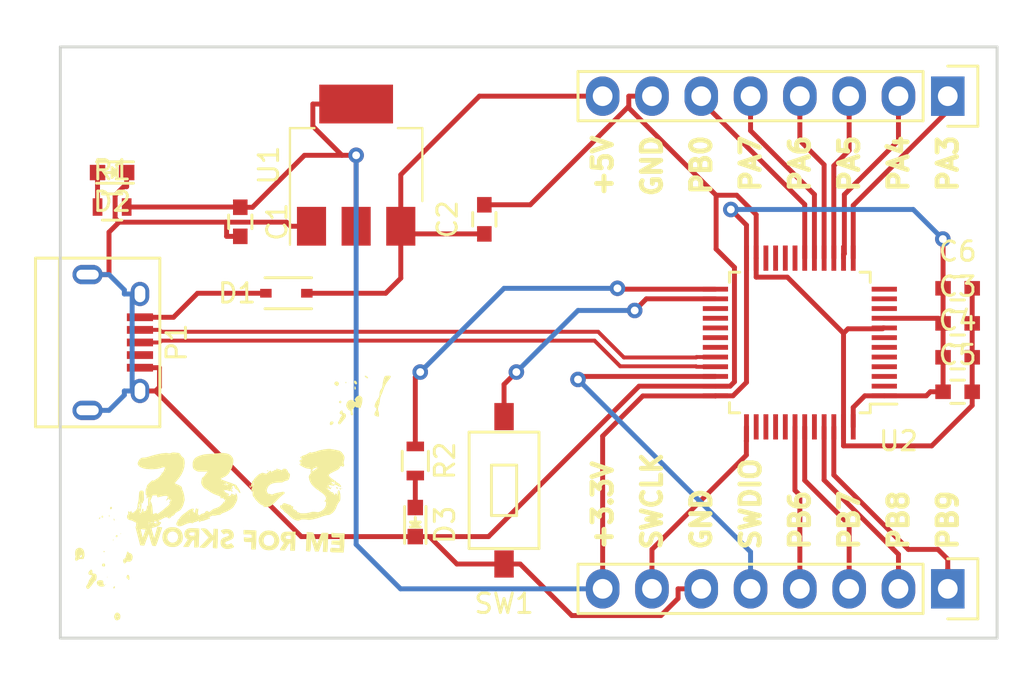
<source format=kicad_pcb>
(kicad_pcb (version 20171130) (host pcbnew "(5.1.12)-1")

  (general
    (thickness 1.6)
    (drawings 20)
    (tracks 213)
    (zones 0)
    (modules 18)
    (nets 47)
  )

  (page A4)
  (layers
    (0 F.Cu signal)
    (31 B.Cu signal)
    (32 B.Adhes user hide)
    (33 F.Adhes user hide)
    (34 B.Paste user hide)
    (35 F.Paste user hide)
    (36 B.SilkS user hide)
    (37 F.SilkS user hide)
    (38 B.Mask user)
    (39 F.Mask user)
    (40 Dwgs.User user)
    (41 Cmts.User user)
    (42 Eco1.User user)
    (43 Eco2.User user)
    (44 Edge.Cuts user)
    (45 Margin user)
    (46 B.CrtYd user)
    (47 F.CrtYd user)
    (48 B.Fab user)
    (49 F.Fab user)
  )

  (setup
    (last_trace_width 0.254)
    (trace_clearance 0.2032)
    (zone_clearance 0.508)
    (zone_45_only no)
    (trace_min 0.2)
    (via_size 0.8)
    (via_drill 0.4)
    (via_min_size 0.4)
    (via_min_drill 0.3)
    (uvia_size 0.3)
    (uvia_drill 0.1)
    (uvias_allowed no)
    (uvia_min_size 0)
    (uvia_min_drill 0)
    (edge_width 0.15)
    (segment_width 0.2)
    (pcb_text_width 0.3)
    (pcb_text_size 1.5 1.5)
    (mod_edge_width 0.15)
    (mod_text_size 1 1)
    (mod_text_width 0.15)
    (pad_size 1.524 1.524)
    (pad_drill 0.762)
    (pad_to_mask_clearance 0.2)
    (aux_axis_origin 0 0)
    (visible_elements 7FFFFFFF)
    (pcbplotparams
      (layerselection 0x00030_ffffffff)
      (usegerberextensions false)
      (usegerberattributes true)
      (usegerberadvancedattributes true)
      (creategerberjobfile true)
      (excludeedgelayer true)
      (linewidth 2.000000)
      (plotframeref false)
      (viasonmask false)
      (mode 1)
      (useauxorigin false)
      (hpglpennumber 1)
      (hpglpenspeed 20)
      (hpglpendiameter 15.000000)
      (psnegative false)
      (psa4output false)
      (plotreference true)
      (plotvalue true)
      (plotinvisibletext false)
      (padsonsilk false)
      (subtractmaskfromsilk false)
      (outputformat 1)
      (mirror false)
      (drillshape 1)
      (scaleselection 1)
      (outputdirectory ""))
  )

  (net 0 "")
  (net 1 +3V3)
  (net 2 GND)
  (net 3 +5V)
  (net 4 "Net-(D1-Pad2)")
  (net 5 "Net-(P1-Pad4)")
  (net 6 /SWDIO)
  (net 7 /SWCLK)
  (net 8 /BOOT0)
  (net 9 "Net-(U2-Pad41)")
  (net 10 "Net-(U2-Pad40)")
  (net 11 "Net-(U2-Pad39)")
  (net 12 "Net-(U2-Pad38)")
  (net 13 "Net-(U2-Pad31)")
  (net 14 "Net-(U2-Pad30)")
  (net 15 "Net-(U2-Pad29)")
  (net 16 "Net-(U2-Pad28)")
  (net 17 "Net-(U2-Pad27)")
  (net 18 "Net-(U2-Pad22)")
  (net 19 "Net-(U2-Pad21)")
  (net 20 "Net-(U2-Pad20)")
  (net 21 "Net-(U2-Pad19)")
  (net 22 "Net-(U2-Pad12)")
  (net 23 "Net-(U2-Pad11)")
  (net 24 "Net-(U2-Pad10)")
  (net 25 /NRST)
  (net 26 "Net-(U2-Pad6)")
  (net 27 "Net-(U2-Pad5)")
  (net 28 "Net-(U2-Pad4)")
  (net 29 "Net-(U2-Pad3)")
  (net 30 "Net-(U2-Pad2)")
  (net 31 /USB_D+)
  (net 32 /USB_D-)
  (net 33 /PB9)
  (net 34 /PB8)
  (net 35 /PB7)
  (net 36 /PB6)
  (net 37 /PA7)
  (net 38 /PA6)
  (net 39 /PA5)
  (net 40 /PA4)
  (net 41 /PA3)
  (net 42 /PB0)
  (net 43 "Net-(D2-Pad2)")
  (net 44 "Net-(D3-Pad2)")
  (net 45 /LED1)
  (net 46 /BTN1)

  (net_class Default "This is the default net class."
    (clearance 0.2032)
    (trace_width 0.254)
    (via_dia 0.8)
    (via_drill 0.4)
    (uvia_dia 0.3)
    (uvia_drill 0.1)
    (add_net +3V3)
    (add_net +5V)
    (add_net /BOOT0)
    (add_net /BTN1)
    (add_net /LED1)
    (add_net /NRST)
    (add_net /PA3)
    (add_net /PA4)
    (add_net /PA5)
    (add_net /PA6)
    (add_net /PA7)
    (add_net /PB0)
    (add_net /PB6)
    (add_net /PB7)
    (add_net /PB8)
    (add_net /PB9)
    (add_net /SWCLK)
    (add_net /SWDIO)
    (add_net /USB_D+)
    (add_net /USB_D-)
    (add_net GND)
    (add_net "Net-(D1-Pad2)")
    (add_net "Net-(D2-Pad2)")
    (add_net "Net-(D3-Pad2)")
    (add_net "Net-(P1-Pad4)")
    (add_net "Net-(U2-Pad10)")
    (add_net "Net-(U2-Pad11)")
    (add_net "Net-(U2-Pad12)")
    (add_net "Net-(U2-Pad19)")
    (add_net "Net-(U2-Pad2)")
    (add_net "Net-(U2-Pad20)")
    (add_net "Net-(U2-Pad21)")
    (add_net "Net-(U2-Pad22)")
    (add_net "Net-(U2-Pad27)")
    (add_net "Net-(U2-Pad28)")
    (add_net "Net-(U2-Pad29)")
    (add_net "Net-(U2-Pad3)")
    (add_net "Net-(U2-Pad30)")
    (add_net "Net-(U2-Pad31)")
    (add_net "Net-(U2-Pad38)")
    (add_net "Net-(U2-Pad39)")
    (add_net "Net-(U2-Pad4)")
    (add_net "Net-(U2-Pad40)")
    (add_net "Net-(U2-Pad41)")
    (add_net "Net-(U2-Pad5)")
    (add_net "Net-(U2-Pad6)")
  )

  (module 33c3_logo:33c3_logo (layer F.Cu) (tedit 0) (tstamp 58624CBE)
    (at 31.75 46.101)
    (fp_text reference G*** (at 0 0) (layer F.SilkS) hide
      (effects (font (size 1.524 1.524) (thickness 0.3)))
    )
    (fp_text value LOGO (at 0.75 0) (layer F.SilkS) hide
      (effects (font (size 1.524 1.524) (thickness 0.3)))
    )
    (fp_poly (pts (xy -5.896602 5.94691) (xy -5.855674 5.978573) (xy -5.817215 6.025451) (xy -5.801452 6.082376)
      (xy -5.799666 6.124395) (xy -5.813305 6.215796) (xy -5.855611 6.276852) (xy -5.928666 6.310164)
      (xy -5.951933 6.314455) (xy -6.004705 6.318152) (xy -6.037628 6.303243) (xy -6.068546 6.260575)
      (xy -6.073642 6.252016) (xy -6.108195 6.177888) (xy -6.112557 6.115403) (xy -5.990166 6.115403)
      (xy -5.97672 6.15179) (xy -5.956864 6.1595) (xy -5.931433 6.14363) (xy -5.930406 6.124213)
      (xy -5.948082 6.08893) (xy -5.972539 6.081046) (xy -5.988998 6.102741) (xy -5.990166 6.115403)
      (xy -6.112557 6.115403) (xy -6.112765 6.112437) (xy -6.08717 6.039455) (xy -6.070936 6.008924)
      (xy -6.020163 5.946614) (xy -5.961776 5.925904) (xy -5.896602 5.94691)) (layer F.SilkS) (width 0.01))
    (fp_poly (pts (xy -7.27137 3.724819) (xy -7.248712 3.765242) (xy -7.239048 3.828824) (xy -7.239 3.833759)
      (xy -7.236455 3.886898) (xy -7.221786 3.910098) (xy -7.184441 3.915724) (xy -7.168962 3.915834)
      (xy -7.094914 3.925172) (xy -7.049866 3.957416) (xy -7.028262 4.018905) (xy -7.024121 4.081058)
      (xy -7.031551 4.162312) (xy -7.052197 4.232505) (xy -7.081664 4.28087) (xy -7.112222 4.296834)
      (xy -7.134286 4.313336) (xy -7.167985 4.355446) (xy -7.188863 4.386792) (xy -7.238998 4.460426)
      (xy -7.297539 4.537589) (xy -7.317191 4.561417) (xy -7.362536 4.615008) (xy -7.398403 4.658002)
      (xy -7.41023 4.672542) (xy -7.452245 4.696986) (xy -7.500772 4.690106) (xy -7.534588 4.658058)
      (xy -7.554406 4.600806) (xy -7.543359 4.548081) (xy -7.504414 4.492181) (xy -7.46556 4.429946)
      (xy -7.435895 4.355024) (xy -7.432057 4.340059) (xy -7.406501 4.268336) (xy -7.368846 4.204737)
      (xy -7.359729 4.19396) (xy -7.298447 4.11535) (xy -7.264854 4.043566) (xy -7.260166 4.012475)
      (xy -7.274649 3.988253) (xy -7.322326 3.979492) (xy -7.333505 3.979334) (xy -7.39936 3.965442)
      (xy -7.434605 3.928121) (xy -7.438538 3.873901) (xy -7.410458 3.809312) (xy -7.358283 3.748685)
      (xy -7.317525 3.716506) (xy -7.289184 3.713487) (xy -7.27137 3.724819)) (layer F.SilkS) (width 0.01))
    (fp_poly (pts (xy -6.081773 4.579178) (xy -6.077674 4.611899) (xy -6.078406 4.617526) (xy -6.098697 4.659163)
      (xy -6.124177 4.674209) (xy -6.15256 4.670656) (xy -6.156659 4.637934) (xy -6.155927 4.632308)
      (xy -6.135636 4.59067) (xy -6.110156 4.575625) (xy -6.081773 4.579178)) (layer F.SilkS) (width 0.01))
    (fp_poly (pts (xy -6.752312 4.261745) (xy -6.699178 4.288397) (xy -6.680549 4.339552) (xy -6.683464 4.370803)
      (xy -6.67785 4.43055) (xy -6.645054 4.478111) (xy -6.613641 4.520697) (xy -6.615724 4.549303)
      (xy -6.619372 4.553505) (xy -6.660455 4.572394) (xy -6.725582 4.581858) (xy -6.797294 4.580819)
      (xy -6.857989 4.568251) (xy -6.939146 4.521252) (xy -6.99067 4.456338) (xy -7.006166 4.390986)
      (xy -6.995286 4.329146) (xy -6.958572 4.289196) (xy -6.88992 4.266308) (xy -6.839967 4.259585)
      (xy -6.752312 4.261745)) (layer F.SilkS) (width 0.01))
    (fp_poly (pts (xy -6.547555 4.473222) (xy -6.550461 4.485806) (xy -6.561666 4.487334) (xy -6.579089 4.479589)
      (xy -6.575778 4.473222) (xy -6.550658 4.470689) (xy -6.547555 4.473222)) (layer F.SilkS) (width 0.01))
    (fp_poly (pts (xy -5.383116 3.9913) (xy -5.381042 3.992573) (xy -5.357444 4.024635) (xy -5.341811 4.07762)
      (xy -5.335059 4.13805) (xy -5.338107 4.192449) (xy -5.351873 4.227339) (xy -5.364644 4.233334)
      (xy -5.393185 4.216261) (xy -5.3975 4.199602) (xy -5.415305 4.167751) (xy -5.440911 4.154518)
      (xy -5.470053 4.139373) (xy -5.475436 4.106796) (xy -5.470431 4.077125) (xy -5.449385 4.010013)
      (xy -5.421236 3.982309) (xy -5.383116 3.9913)) (layer F.SilkS) (width 0.01))
    (fp_poly (pts (xy -6.455833 4.09575) (xy -6.466416 4.106334) (xy -6.477 4.09575) (xy -6.466416 4.085167)
      (xy -6.455833 4.09575)) (layer F.SilkS) (width 0.01))
    (fp_poly (pts (xy -6.617301 3.404638) (xy -6.590115 3.444658) (xy -6.5865 3.494969) (xy -6.601403 3.535736)
      (xy -6.636109 3.547374) (xy -6.678083 3.540775) (xy -6.728995 3.520129) (xy -6.743155 3.485499)
      (xy -6.73231 3.44303) (xy -6.700188 3.399624) (xy -6.657922 3.388227) (xy -6.617301 3.404638)) (layer F.SilkS) (width 0.01))
    (fp_poly (pts (xy -5.397753 2.791818) (xy -5.377374 2.818895) (xy -5.376333 2.828015) (xy -5.358422 2.851301)
      (xy -5.328708 2.858173) (xy -5.257279 2.879388) (xy -5.199601 2.938934) (xy -5.189291 2.95665)
      (xy -5.166377 3.039595) (xy -5.179015 3.138728) (xy -5.197764 3.193362) (xy -5.243836 3.261875)
      (xy -5.312169 3.294652) (xy -5.401384 3.291073) (xy -5.410519 3.288914) (xy -5.456254 3.289084)
      (xy -5.49683 3.321107) (xy -5.505237 3.331363) (xy -5.554137 3.376976) (xy -5.596115 3.381301)
      (xy -5.629588 3.345725) (xy -5.648474 3.282721) (xy -5.648196 3.265734) (xy -5.584588 3.265734)
      (xy -5.579438 3.277563) (xy -5.558125 3.300286) (xy -5.545873 3.295625) (xy -5.545666 3.292666)
      (xy -5.560701 3.274763) (xy -5.570104 3.268229) (xy -5.584588 3.265734) (xy -5.648196 3.265734)
      (xy -5.647389 3.216456) (xy -5.634703 3.181346) (xy -5.603361 3.154573) (xy -5.568951 3.137593)
      (xy -5.532672 3.112532) (xy -5.515237 3.064146) (xy -5.512102 3.038506) (xy -5.499708 2.976093)
      (xy -5.478735 2.928211) (xy -5.475107 2.923509) (xy -5.45505 2.884313) (xy -5.455175 2.862094)
      (xy -5.45708 2.818677) (xy -5.453214 2.804242) (xy -5.429509 2.784931) (xy -5.397753 2.791818)) (layer F.SilkS) (width 0.01))
    (fp_poly (pts (xy -7.79521 2.612382) (xy -7.72401 2.671563) (xy -7.699549 2.706911) (xy -7.677957 2.76118)
      (xy -7.660944 2.834181) (xy -7.650254 2.91202) (xy -7.647628 2.9808) (xy -7.654808 3.026625)
      (xy -7.658642 3.033244) (xy -7.677721 3.073215) (xy -7.686763 3.1115) (xy -7.694184 3.142045)
      (xy -7.712909 3.156899) (xy -7.754171 3.160457) (xy -7.806538 3.158363) (xy -7.880367 3.158216)
      (xy -7.93119 3.170977) (xy -7.977592 3.201669) (xy -7.982787 3.205988) (xy -8.032583 3.244821)
      (xy -8.064156 3.257222) (xy -8.089802 3.246092) (xy -8.1026 3.234267) (xy -8.123744 3.188684)
      (xy -8.12558 3.129267) (xy -8.108044 3.079682) (xy -8.103028 3.073828) (xy -8.096402 3.059674)
      (xy -7.895166 3.059674) (xy -7.880831 3.085949) (xy -7.846377 3.085999) (xy -7.804636 3.060182)
      (xy -7.801428 3.057072) (xy -7.772495 3.018494) (xy -7.77313 2.977672) (xy -7.78119 2.954024)
      (xy -7.794308 2.935956) (xy -7.816194 2.946047) (xy -7.84469 2.97455) (xy -7.878956 3.01972)
      (xy -7.895002 3.057017) (xy -7.895166 3.059674) (xy -8.096402 3.059674) (xy -8.089255 3.044411)
      (xy -8.103695 3.001021) (xy -8.106088 2.996475) (xy -8.123923 2.929064) (xy -8.122204 2.82791)
      (xy -8.121562 2.821423) (xy -8.10968 2.743532) (xy -8.089001 2.691322) (xy -8.052405 2.648175)
      (xy -8.044084 2.640542) (xy -7.965106 2.594972) (xy -7.878862 2.586219) (xy -7.79521 2.612382)) (layer F.SilkS) (width 0.01))
    (fp_poly (pts (xy 5.222875 1.827706) (xy 5.313553 1.834092) (xy 5.425456 1.838888) (xy 5.537484 1.841243)
      (xy 5.560851 1.84135) (xy 5.755952 1.8415) (xy 5.745378 2.121959) (xy 5.737475 2.321971)
      (xy 5.730202 2.483154) (xy 5.723272 2.609004) (xy 5.716393 2.703015) (xy 5.709277 2.768682)
      (xy 5.701632 2.809499) (xy 5.69317 2.828962) (xy 5.686505 2.831733) (xy 5.657097 2.829575)
      (xy 5.594176 2.826966) (xy 5.506558 2.824212) (xy 5.403058 2.821623) (xy 5.386917 2.821272)
      (xy 5.253466 2.817946) (xy 5.156545 2.813613) (xy 5.090354 2.806929) (xy 5.04909 2.796547)
      (xy 5.026953 2.781121) (xy 5.01814 2.759305) (xy 5.016789 2.735389) (xy 5.021902 2.671829)
      (xy 5.029899 2.629736) (xy 5.037095 2.608855) (xy 5.050427 2.595714) (xy 5.0777 2.589225)
      (xy 5.126721 2.588301) (xy 5.205294 2.591855) (xy 5.273027 2.595877) (xy 5.503334 2.609865)
      (xy 5.503334 2.440197) (xy 5.373229 2.426599) (xy 5.286856 2.41904) (xy 5.203484 2.414102)
      (xy 5.160402 2.413) (xy 5.077681 2.413) (xy 5.084132 2.312459) (xy 5.090584 2.211917)
      (xy 5.503387 2.211917) (xy 5.50336 2.132542) (xy 5.503334 2.053167) (xy 5.325148 2.053167)
      (xy 5.220317 2.052229) (xy 5.150641 2.046834) (xy 5.108947 2.03311) (xy 5.08806 2.007184)
      (xy 5.080808 1.965184) (xy 5.08 1.920841) (xy 5.08 1.814212) (xy 5.222875 1.827706)) (layer F.SilkS) (width 0.01))
    (fp_poly (pts (xy -6.607572 2.762433) (xy -6.604 2.771584) (xy -6.618005 2.799224) (xy -6.645152 2.805843)
      (xy -6.653964 2.80048) (xy -6.66684 2.769754) (xy -6.644185 2.752281) (xy -6.63575 2.751667)
      (xy -6.607572 2.762433)) (layer F.SilkS) (width 0.01))
    (fp_poly (pts (xy 3.97277 1.782879) (xy 4.051089 1.790674) (xy 4.11199 1.801899) (xy 4.143923 1.814324)
      (xy 4.145539 1.816217) (xy 4.156512 1.844122) (xy 4.176962 1.904356) (xy 4.204195 1.9887)
      (xy 4.235516 2.088939) (xy 4.243331 2.114412) (xy 4.274659 2.21363) (xy 4.302364 2.295289)
      (xy 4.32392 2.352393) (xy 4.336804 2.377945) (xy 4.338581 2.378433) (xy 4.349884 2.355709)
      (xy 4.373269 2.300875) (xy 4.405675 2.221355) (xy 4.444042 2.124571) (xy 4.458088 2.088569)
      (xy 4.50142 1.978329) (xy 4.533495 1.901718) (xy 4.557875 1.85271) (xy 4.578121 1.825278)
      (xy 4.597796 1.813397) (xy 4.620463 1.81104) (xy 4.62213 1.811073) (xy 4.675482 1.812563)
      (xy 4.749949 1.814899) (xy 4.793891 1.816365) (xy 4.909948 1.820334) (xy 4.898944 2.153709)
      (xy 4.894236 2.283158) (xy 4.888801 2.411579) (xy 4.883209 2.526718) (xy 4.878028 2.616324)
      (xy 4.876331 2.640542) (xy 4.864722 2.794) (xy 4.640309 2.794) (xy 4.65125 2.471209)
      (xy 4.654354 2.36081) (xy 4.655735 2.268054) (xy 4.655391 2.199874) (xy 4.653318 2.163204)
      (xy 4.651417 2.159) (xy 4.640719 2.181579) (xy 4.618378 2.236787) (xy 4.587188 2.317459)
      (xy 4.549943 2.416429) (xy 4.529676 2.471209) (xy 4.41871 2.772834) (xy 4.235895 2.772834)
      (xy 4.179153 2.587625) (xy 4.145806 2.478919) (xy 4.109661 2.361304) (xy 4.077739 2.257623)
      (xy 4.073435 2.243667) (xy 4.02446 2.084917) (xy 4.022954 2.2225) (xy 4.020753 2.308112)
      (xy 4.016196 2.416779) (xy 4.010128 2.529347) (xy 4.007782 2.566459) (xy 4.000513 2.6659)
      (xy 3.990674 2.729557) (xy 3.972476 2.763855) (xy 3.940134 2.775222) (xy 3.887861 2.770082)
      (xy 3.833849 2.759612) (xy 3.76774 2.74639) (xy 3.77918 2.37332) (xy 3.783659 2.242391)
      (xy 3.78877 2.117487) (xy 3.794054 2.008388) (xy 3.799048 1.924876) (xy 3.802166 1.886461)
      (xy 3.813712 1.772671) (xy 3.97277 1.782879)) (layer F.SilkS) (width 0.01))
    (fp_poly (pts (xy 3.037417 1.753206) (xy 3.227917 1.756763) (xy 3.21438 2.121923) (xy 3.20967 2.252459)
      (xy 3.205375 2.377872) (xy 3.20183 2.487962) (xy 3.199366 2.572532) (xy 3.198505 2.608792)
      (xy 3.196167 2.7305) (xy 2.959121 2.7305) (xy 2.966519 2.539989) (xy 2.969428 2.449686)
      (xy 2.968589 2.393572) (xy 2.96248 2.36356) (xy 2.949578 2.351565) (xy 2.930647 2.349489)
      (xy 2.902838 2.360464) (xy 2.868566 2.396654) (xy 2.823858 2.462979) (xy 2.78248 2.533025)
      (xy 2.736149 2.610862) (xy 2.695711 2.672931) (xy 2.666623 2.711162) (xy 2.656417 2.719403)
      (xy 2.624615 2.719673) (xy 2.566062 2.71727) (xy 2.522309 2.714626) (xy 2.469042 2.71048)
      (xy 2.4363 2.702631) (xy 2.424608 2.685125) (xy 2.434492 2.652003) (xy 2.466478 2.597312)
      (xy 2.521091 2.515093) (xy 2.542752 2.483005) (xy 2.595888 2.400831) (xy 2.624449 2.347314)
      (xy 2.630426 2.318155) (xy 2.622817 2.310113) (xy 2.574438 2.278523) (xy 2.524055 2.222961)
      (xy 2.48424 2.1592) (xy 2.469243 2.117423) (xy 2.466646 2.039095) (xy 2.709334 2.039095)
      (xy 2.720477 2.091378) (xy 2.757777 2.122644) (xy 2.82704 2.136409) (xy 2.872317 2.137834)
      (xy 2.9845 2.137834) (xy 2.9845 1.947334) (xy 2.887859 1.947334) (xy 2.791446 1.9565)
      (xy 2.732351 1.984314) (xy 2.709658 2.031245) (xy 2.709334 2.039095) (xy 2.466646 2.039095)
      (xy 2.465937 2.017739) (xy 2.489653 1.917242) (xy 2.514792 1.866877) (xy 2.548898 1.824627)
      (xy 2.592934 1.79342) (xy 2.653005 1.771927) (xy 2.735216 1.758821) (xy 2.845669 1.752774)
      (xy 2.990469 1.752459) (xy 3.037417 1.753206)) (layer F.SilkS) (width 0.01))
    (fp_poly (pts (xy 2.009773 1.710631) (xy 2.142422 1.760438) (xy 2.248584 1.842431) (xy 2.326814 1.955613)
      (xy 2.361868 2.044993) (xy 2.384702 2.13802) (xy 2.389428 2.218525) (xy 2.375812 2.305749)
      (xy 2.357917 2.372117) (xy 2.30689 2.482634) (xy 2.227707 2.579941) (xy 2.130766 2.653152)
      (xy 2.060549 2.683454) (xy 1.957508 2.702592) (xy 1.838435 2.707163) (xy 1.723033 2.697415)
      (xy 1.643058 2.678237) (xy 1.528752 2.616061) (xy 1.436035 2.522766) (xy 1.370335 2.406358)
      (xy 1.337082 2.274846) (xy 1.334083 2.2225) (xy 1.337448 2.176213) (xy 1.575213 2.176213)
      (xy 1.580548 2.27796) (xy 1.616547 2.373506) (xy 1.624023 2.385563) (xy 1.688127 2.447616)
      (xy 1.775637 2.485065) (xy 1.873685 2.495134) (xy 1.969405 2.475047) (xy 1.991654 2.464889)
      (xy 2.068032 2.402736) (xy 2.118499 2.31332) (xy 2.137638 2.206423) (xy 2.137675 2.201334)
      (xy 2.119697 2.090587) (xy 2.070189 2.002295) (xy 1.99579 1.940606) (xy 1.90314 1.909668)
      (xy 1.79888 1.913627) (xy 1.720134 1.940518) (xy 1.647311 1.996815) (xy 1.598236 2.078939)
      (xy 1.575213 2.176213) (xy 1.337448 2.176213) (xy 1.344007 2.086025) (xy 1.37727 1.975638)
      (xy 1.437736 1.87984) (xy 1.456617 1.85786) (xy 1.550204 1.773328) (xy 1.653781 1.721164)
      (xy 1.777941 1.696979) (xy 1.852084 1.694005) (xy 2.009773 1.710631)) (layer F.SilkS) (width 0.01))
    (fp_poly (pts (xy 0.85532 1.673735) (xy 0.964433 1.677901) (xy 1.056197 1.683859) (xy 1.076395 1.685765)
      (xy 1.2065 1.699364) (xy 1.2065 1.894085) (xy 1.205386 1.993575) (xy 1.202356 2.119003)
      (xy 1.197878 2.254043) (xy 1.192635 2.377903) (xy 1.178771 2.667) (xy 0.9525 2.667)
      (xy 0.9525 2.286) (xy 0.795481 2.286) (xy 0.696063 2.284775) (xy 0.631473 2.278174)
      (xy 0.594219 2.261805) (xy 0.576808 2.231279) (xy 0.571746 2.182204) (xy 0.5715 2.15476)
      (xy 0.5715 2.049216) (xy 0.772584 2.064292) (xy 0.973667 2.079368) (xy 0.973667 1.99483)
      (xy 0.97046 1.939567) (xy 0.954425 1.912297) (xy 0.915942 1.898802) (xy 0.907521 1.897063)
      (xy 0.851653 1.890174) (xy 0.771899 1.88539) (xy 0.695854 1.883834) (xy 0.550334 1.883834)
      (xy 0.550334 1.672167) (xy 0.748312 1.672167) (xy 0.85532 1.673735)) (layer F.SilkS) (width 0.01))
    (fp_poly (pts (xy -0.200289 1.633673) (xy -0.091918 1.675607) (xy -0.01468 1.745008) (xy 0.030301 1.840928)
      (xy 0.042334 1.941449) (xy 0.030127 2.033374) (xy -0.009955 2.102992) (xy -0.083109 2.15667)
      (xy -0.159966 2.189301) (xy -0.265358 2.227934) (xy -0.336178 2.258102) (xy -0.378489 2.283211)
      (xy -0.398352 2.306669) (xy -0.402166 2.325399) (xy -0.384561 2.379315) (xy -0.337998 2.41255)
      (xy -0.271856 2.422376) (xy -0.195516 2.406067) (xy -0.167837 2.393531) (xy -0.08337 2.349504)
      (xy -0.015227 2.427115) (xy 0.024635 2.476481) (xy 0.049171 2.514509) (xy 0.052917 2.52558)
      (xy 0.033405 2.557234) (xy -0.018509 2.586595) (xy -0.092895 2.611464) (xy -0.179823 2.629644)
      (xy -0.269361 2.638937) (xy -0.35158 2.637143) (xy -0.403996 2.626714) (xy -0.512983 2.574637)
      (xy -0.58675 2.499367) (xy -0.626592 2.399125) (xy -0.635 2.309842) (xy -0.616957 2.203651)
      (xy -0.564452 2.120705) (xy -0.47992 2.064363) (xy -0.449099 2.053278) (xy -0.336924 2.017559)
      (xy -0.260555 1.988691) (xy -0.214549 1.964016) (xy -0.19346 1.940874) (xy -0.1905 1.927008)
      (xy -0.208656 1.876148) (xy -0.25562 1.842852) (xy -0.320135 1.831013) (xy -0.390945 1.84452)
      (xy -0.40761 1.851958) (xy -0.47625 1.886532) (xy -0.545041 1.807573) (xy -0.584939 1.758588)
      (xy -0.609763 1.721968) (xy -0.613833 1.711517) (xy -0.594381 1.683012) (xy -0.542826 1.656372)
      (xy -0.469373 1.634987) (xy -0.384225 1.622243) (xy -0.338666 1.620156) (xy -0.200289 1.633673)) (layer F.SilkS) (width 0.01))
    (fp_poly (pts (xy -1.415878 1.595656) (xy -1.359819 1.619021) (xy -1.302982 1.663145) (xy -1.236042 1.732999)
      (xy -1.183609 1.793485) (xy -1.116128 1.87234) (xy -1.071001 1.922586) (xy -1.043139 1.947853)
      (xy -1.027453 1.951766) (xy -1.018856 1.937953) (xy -1.0133 1.914887) (xy -1.005272 1.857944)
      (xy -0.999266 1.779976) (xy -0.997337 1.729269) (xy -0.994833 1.606455) (xy -0.883708 1.612852)
      (xy -0.772583 1.61925) (xy -0.778355 1.957917) (xy -0.781182 2.088124) (xy -0.785052 2.217129)
      (xy -0.789532 2.332862) (xy -0.794188 2.423253) (xy -0.796036 2.450042) (xy -0.807945 2.6035)
      (xy -0.908445 2.6035) (xy -0.97033 2.60096) (xy -1.012853 2.594519) (xy -1.022018 2.590426)
      (xy -1.026302 2.565045) (xy -1.027392 2.507078) (xy -1.025287 2.426153) (xy -1.022091 2.363947)
      (xy -1.00909 2.150541) (xy -1.207818 2.366437) (xy -1.292014 2.456854) (xy -1.35613 2.519904)
      (xy -1.408567 2.559542) (xy -1.457726 2.579724) (xy -1.512005 2.584404) (xy -1.579805 2.577538)
      (xy -1.636906 2.568459) (xy -1.718063 2.55505) (xy -1.551865 2.383483) (xy -1.47612 2.304883)
      (xy -1.403404 2.228718) (xy -1.343519 2.165288) (xy -1.314286 2.133768) (xy -1.242905 2.055619)
      (xy -1.44838 1.826851) (xy -1.653855 1.598084) (xy -1.562945 1.59134) (xy -1.480479 1.588085)
      (xy -1.415878 1.595656)) (layer F.SilkS) (width 0.01))
    (fp_poly (pts (xy -1.962254 1.579471) (xy -1.733759 1.59307) (xy -1.747004 2.05066) (xy -1.751274 2.186685)
      (xy -1.755745 2.309091) (xy -1.760128 2.411309) (xy -1.76413 2.486768) (xy -1.767461 2.528897)
      (xy -1.768461 2.534709) (xy -1.794828 2.552099) (xy -1.856302 2.560581) (xy -1.883169 2.561167)
      (xy -1.989666 2.561167) (xy -1.989666 2.369195) (xy -1.990169 2.278659) (xy -1.992986 2.222653)
      (xy -2.000087 2.193375) (xy -2.013436 2.183022) (xy -2.035002 2.183792) (xy -2.036356 2.183986)
      (xy -2.069922 2.202202) (xy -2.111598 2.250676) (xy -2.164688 2.333459) (xy -2.180185 2.360084)
      (xy -2.277326 2.529417) (xy -2.42112 2.535718) (xy -2.498057 2.537484) (xy -2.539366 2.533573)
      (xy -2.5515 2.522913) (xy -2.548545 2.514552) (xy -2.530449 2.485493) (xy -2.495448 2.430267)
      (xy -2.449537 2.358312) (xy -2.422692 2.316403) (xy -2.313208 2.145723) (xy -2.37219 2.111872)
      (xy -2.440387 2.050257) (xy -2.482225 1.965889) (xy -2.495717 1.875331) (xy -2.264833 1.875331)
      (xy -2.24557 1.915683) (xy -2.194923 1.9466) (xy -2.123607 1.963096) (xy -2.074333 1.963937)
      (xy -1.979083 1.957917) (xy -1.972574 1.867959) (xy -1.966066 1.778) (xy -2.076741 1.778)
      (xy -2.166678 1.788079) (xy -2.230815 1.816048) (xy -2.262577 1.858505) (xy -2.264833 1.875331)
      (xy -2.495717 1.875331) (xy -2.496502 1.870063) (xy -2.482017 1.774073) (xy -2.437567 1.689214)
      (xy -2.419347 1.668745) (xy -2.364097 1.624621) (xy -2.297214 1.595178) (xy -2.211131 1.578937)
      (xy -2.09828 1.57442) (xy -1.962254 1.579471)) (layer F.SilkS) (width 0.01))
    (fp_poly (pts (xy -2.94638 1.540697) (xy -2.814853 1.589712) (xy -2.71121 1.669435) (xy -2.63723 1.778254)
      (xy -2.594691 1.914558) (xy -2.585709 1.993543) (xy -2.586636 2.116294) (xy -2.606263 2.214234)
      (xy -2.612745 2.232525) (xy -2.661794 2.319545) (xy -2.735969 2.403824) (xy -2.822448 2.473229)
      (xy -2.908409 2.515627) (xy -2.913492 2.517109) (xy -3.01733 2.534634) (xy -3.13494 2.537345)
      (xy -3.246196 2.525615) (xy -3.307334 2.509801) (xy -3.43446 2.443917) (xy -3.531546 2.349372)
      (xy -3.596324 2.229458) (xy -3.626526 2.087465) (xy -3.62848 2.043923) (xy -3.627077 2.029839)
      (xy -3.386587 2.029839) (xy -3.368455 2.140755) (xy -3.318742 2.22942) (xy -3.244177 2.291595)
      (xy -3.151491 2.323038) (xy -3.047414 2.319507) (xy -2.969139 2.292898) (xy -2.903171 2.241209)
      (xy -2.850622 2.162309) (xy -2.820025 2.071037) (xy -2.815631 2.026029) (xy -2.833941 1.921285)
      (xy -2.88593 1.833677) (xy -2.964566 1.770355) (xy -3.062813 1.738468) (xy -3.100916 1.736058)
      (xy -3.209708 1.754901) (xy -3.296499 1.807496) (xy -3.356503 1.88892) (xy -3.384932 1.994251)
      (xy -3.386587 2.029839) (xy -3.627077 2.029839) (xy -3.613745 1.89611) (xy -3.567905 1.767586)
      (xy -3.493505 1.664973) (xy -3.47679 1.649339) (xy -3.390801 1.585137) (xy -3.301962 1.546046)
      (xy -3.196382 1.527395) (xy -3.104013 1.524) (xy -2.94638 1.540697)) (layer F.SilkS) (width 0.01))
    (fp_poly (pts (xy -2.989546 -2.323423) (xy -2.963296 -2.321547) (xy -2.861915 -2.312289) (xy -2.793905 -2.300647)
      (xy -2.750328 -2.28281) (xy -2.722246 -2.254972) (xy -2.70072 -2.213324) (xy -2.698841 -2.20887)
      (xy -2.660028 -2.148693) (xy -2.607347 -2.101797) (xy -2.604823 -2.100312) (xy -2.550219 -2.056072)
      (xy -2.51413 -1.992642) (xy -2.494077 -1.902988) (xy -2.487583 -1.780073) (xy -2.487578 -1.767416)
      (xy -2.50752 -1.581094) (xy -2.563981 -1.388553) (xy -2.653492 -1.197474) (xy -2.772585 -1.015539)
      (xy -2.887905 -0.880617) (xy -2.941167 -0.821438) (xy -2.977867 -0.773152) (xy -2.992115 -0.743812)
      (xy -2.990933 -0.739705) (xy -2.963955 -0.724006) (xy -2.909316 -0.698126) (xy -2.838672 -0.667575)
      (xy -2.836333 -0.666605) (xy -2.738602 -0.622756) (xy -2.675236 -0.584403) (xy -2.639768 -0.545869)
      (xy -2.62573 -0.501476) (xy -2.624666 -0.480759) (xy -2.613317 -0.420209) (xy -2.585521 -0.354772)
      (xy -2.580809 -0.346783) (xy -2.56005 -0.298023) (xy -2.5391 -0.223814) (xy -2.519748 -0.134856)
      (xy -2.503785 -0.041852) (xy -2.493001 0.044495) (xy -2.489185 0.113484) (xy -2.494128 0.154413)
      (xy -2.496326 0.158292) (xy -2.5108 0.191867) (xy -2.525393 0.24801) (xy -2.528389 0.263415)
      (xy -2.551286 0.347809) (xy -2.588082 0.437908) (xy -2.633496 0.524789) (xy -2.682246 0.599532)
      (xy -2.729049 0.653215) (xy -2.768625 0.676915) (xy -2.77345 0.677334) (xy -2.818349 0.69193)
      (xy -2.851384 0.717041) (xy -2.900228 0.754345) (xy -2.936875 0.771384) (xy -2.973924 0.793786)
      (xy -2.9845 0.815519) (xy -3.000754 0.853174) (xy -3.038881 0.894688) (xy -3.082932 0.924911)
      (xy -3.10642 0.931334) (xy -3.14006 0.944321) (xy -3.178166 0.973559) (xy -3.203304 1.00446)
      (xy -3.205796 1.014488) (xy -3.221564 1.032025) (xy -3.254377 1.052282) (xy -3.293042 1.067123)
      (xy -3.311956 1.055529) (xy -3.315803 1.046991) (xy -3.343971 1.022604) (xy -3.376584 1.016)
      (xy -3.419115 1.005846) (xy -3.436148 0.989542) (xy -3.445712 0.973944) (xy -3.448495 0.989542)
      (xy -3.467517 1.011804) (xy -3.488356 1.016) (xy -3.526395 1.026884) (xy -3.584533 1.054969)
      (xy -3.631231 1.082418) (xy -3.703936 1.125039) (xy -3.775677 1.16158) (xy -3.81 1.176176)
      (xy -3.847769 1.193459) (xy -3.853243 1.203855) (xy -3.846377 1.205009) (xy -3.807728 1.222312)
      (xy -3.796246 1.238881) (xy -3.768827 1.261371) (xy -3.743993 1.258621) (xy -3.712608 1.258274)
      (xy -3.704166 1.290405) (xy -3.717544 1.331713) (xy -3.735916 1.347012) (xy -3.763245 1.376009)
      (xy -3.767666 1.396775) (xy -3.780266 1.418199) (xy -3.820318 1.44272) (xy -3.891201 1.471692)
      (xy -3.996296 1.506472) (xy -4.138981 1.548416) (xy -4.161439 1.554737) (xy -4.179198 1.561069)
      (xy -4.189281 1.572642) (xy -4.190932 1.596266) (xy -4.183392 1.638755) (xy -4.165903 1.706919)
      (xy -4.137709 1.807572) (xy -4.13048 1.833042) (xy -4.054998 2.098866) (xy -3.887162 1.503346)
      (xy -3.769206 1.516613) (xy -3.704044 1.524465) (xy -3.659123 1.530866) (xy -3.646314 1.53364)
      (xy -3.651335 1.553869) (xy -3.668079 1.608672) (xy -3.694766 1.692503) (xy -3.729616 1.799813)
      (xy -3.770849 1.925056) (xy -3.801591 2.017533) (xy -3.85469 2.17485) (xy -3.897019 2.295663)
      (xy -3.930207 2.383948) (xy -3.955884 2.443679) (xy -3.975679 2.478829) (xy -3.991221 2.493373)
      (xy -3.997027 2.494279) (xy -4.043461 2.489167) (xy -4.096617 2.482685) (xy -4.121685 2.478307)
      (xy -4.14122 2.468348) (xy -4.158177 2.446547) (xy -4.175509 2.406645) (xy -4.196172 2.34238)
      (xy -4.223119 2.247492) (xy -4.244783 2.168694) (xy -4.27466 2.062103) (xy -4.301275 1.971678)
      (xy -4.322442 1.904501) (xy -4.335975 1.867658) (xy -4.339166 1.862825) (xy -4.34951 1.881649)
      (xy -4.370951 1.933553) (xy -4.400795 2.011595) (xy -4.436348 2.108833) (xy -4.454736 2.160535)
      (xy -4.492222 2.265247) (xy -4.525368 2.354815) (xy -4.551439 2.422074) (xy -4.567698 2.459863)
      (xy -4.571177 2.465408) (xy -4.597328 2.467487) (xy -4.65009 2.464526) (xy -4.678164 2.46172)
      (xy -4.773697 2.450952) (xy -4.884909 2.013934) (xy -4.918677 1.881337) (xy -4.949535 1.760348)
      (xy -4.975733 1.657813) (xy -4.984551 1.623397) (xy -4.753922 1.623397) (xy -4.753021 1.634226)
      (xy -4.744905 1.665626) (xy -4.730198 1.728058) (xy -4.711302 1.811184) (xy -4.698354 1.869417)
      (xy -4.678695 1.955602) (xy -4.662077 2.022945) (xy -4.650645 2.063072) (xy -4.646889 2.0705)
      (xy -4.637973 2.048996) (xy -4.618236 1.996061) (xy -4.590812 1.920231) (xy -4.565976 1.85032)
      (xy -4.490703 1.636889) (xy -4.547226 1.636801) (xy -4.607379 1.632682) (xy -4.677419 1.622784)
      (xy -4.682806 1.621791) (xy -4.734874 1.615284) (xy -4.753922 1.623397) (xy -4.984551 1.623397)
      (xy -4.995523 1.580578) (xy -5.007153 1.535489) (xy -5.008779 1.529292) (xy -5.010715 1.492026)
      (xy -4.984348 1.480123) (xy -4.981927 1.479996) (xy -4.959875 1.47475) (xy -4.966177 1.468548)
      (xy -4.980164 1.441075) (xy -4.980298 1.42875) (xy -4.360333 1.42875) (xy -4.34975 1.439334)
      (xy -4.339166 1.42875) (xy -3.915833 1.42875) (xy -3.90525 1.439334) (xy -3.894666 1.42875)
      (xy -3.90525 1.418167) (xy -3.915833 1.42875) (xy -4.339166 1.42875) (xy -4.34975 1.418167)
      (xy -4.360333 1.42875) (xy -4.980298 1.42875) (xy -4.980528 1.407584) (xy -4.296833 1.407584)
      (xy -4.28625 1.418167) (xy -4.275666 1.407584) (xy -4.28625 1.397) (xy -4.296833 1.407584)
      (xy -4.980528 1.407584) (xy -4.980758 1.386417) (xy -4.212166 1.386417) (xy -4.201583 1.397)
      (xy -4.191 1.386417) (xy -4.195516 1.381901) (xy -3.848921 1.381901) (xy -3.843771 1.39373)
      (xy -3.822458 1.416453) (xy -3.810206 1.411792) (xy -3.81 1.408833) (xy -3.825034 1.39093)
      (xy -3.834437 1.384396) (xy -3.848921 1.381901) (xy -4.195516 1.381901) (xy -4.201583 1.375834)
      (xy -4.212166 1.386417) (xy -4.980758 1.386417) (xy -4.980829 1.379952) (xy -4.9793 1.364385)
      (xy -4.975421 1.307717) (xy -4.3815 1.307717) (xy -4.363322 1.32168) (xy -4.328583 1.328646)
      (xy -4.288956 1.32483) (xy -4.275666 1.312096) (xy -4.293782 1.296363) (xy -4.328583 1.291167)
      (xy -4.368384 1.29684) (xy -4.3815 1.307717) (xy -4.975421 1.307717) (xy -4.975247 1.30519)
      (xy -4.980267 1.285875) (xy -4.206885 1.285875) (xy -4.202335 1.308157) (xy -4.17806 1.310688)
      (xy -4.150817 1.295188) (xy -4.140422 1.279046) (xy -4.140813 1.253764) (xy -4.162862 1.252587)
      (xy -4.19839 1.272422) (xy -4.206885 1.285875) (xy -4.980267 1.285875) (xy -4.982533 1.277157)
      (xy -5.003881 1.270001) (xy -5.004287 1.27) (xy -5.043018 1.258631) (xy -5.061918 1.24874)
      (xy -4.071336 1.24874) (xy -4.069231 1.267157) (xy -4.045666 1.306258) (xy -4.033794 1.317301)
      (xy -3.991123 1.329695) (xy -3.928403 1.332077) (xy -3.866587 1.324962) (xy -3.831166 1.312334)
      (xy -3.821159 1.298944) (xy -3.84708 1.292271) (xy -3.884083 1.290818) (xy -3.936042 1.288892)
      (xy -3.951599 1.281948) (xy -3.936678 1.265684) (xy -3.927962 1.258962) (xy -3.898969 1.229282)
      (xy -3.909543 1.214226) (xy -3.95948 1.213915) (xy -3.99607 1.21883) (xy -4.05089 1.231401)
      (xy -4.071336 1.24874) (xy -5.061918 1.24874) (xy -5.0975 1.23012) (xy -5.117786 1.217084)
      (xy -5.176054 1.184153) (xy -5.227833 1.165642) (xy -5.240505 1.164167) (xy -5.333959 1.148438)
      (xy -5.402968 1.103772) (xy -5.436271 1.04963) (xy -5.447984 0.98723) (xy -5.445755 0.963084)
      (xy -3.386666 0.963084) (xy -3.376083 0.973667) (xy -3.374705 0.972289) (xy -3.275644 0.972289)
      (xy -3.272748 0.973667) (xy -3.253432 0.958766) (xy -3.249083 0.9525) (xy -3.243689 0.932712)
      (xy -3.246585 0.931334) (xy -3.265901 0.946234) (xy -3.27025 0.9525) (xy -3.275644 0.972289)
      (xy -3.374705 0.972289) (xy -3.3655 0.963084) (xy -3.376083 0.9525) (xy -3.386666 0.963084)
      (xy -5.445755 0.963084) (xy -5.442438 0.92716) (xy -5.437998 0.917222) (xy -3.337278 0.917222)
      (xy -3.334372 0.929806) (xy -3.323166 0.931334) (xy -3.305744 0.923589) (xy -3.309055 0.917222)
      (xy -3.334175 0.914689) (xy -3.337278 0.917222) (xy -5.437998 0.917222) (xy -5.430117 0.899584)
      (xy -4.042833 0.899584) (xy -4.03225 0.910167) (xy -4.021666 0.899584) (xy -4.03225 0.889)
      (xy -4.042833 0.899584) (xy -5.430117 0.899584) (xy -5.422676 0.882931) (xy -5.408103 0.874889)
      (xy -4.268611 0.874889) (xy -4.265705 0.887473) (xy -4.2545 0.889) (xy -4.237077 0.881256)
      (xy -4.238553 0.878417) (xy -4.0005 0.878417) (xy -3.989916 0.889) (xy -3.979333 0.878417)
      (xy -3.989916 0.867834) (xy -4.0005 0.878417) (xy -4.238553 0.878417) (xy -4.240389 0.874889)
      (xy -4.265509 0.872356) (xy -4.268611 0.874889) (xy -5.408103 0.874889) (xy -5.395318 0.867834)
      (xy -5.380677 0.850212) (xy -5.3819 0.814917) (xy -4.275666 0.814917) (xy -4.265083 0.8255)
      (xy -4.2545 0.814917) (xy -4.265083 0.804334) (xy -4.275666 0.814917) (xy -5.3819 0.814917)
      (xy -5.382558 0.795941) (xy -5.382884 0.79375) (xy -4.847166 0.79375) (xy -4.836583 0.804334)
      (xy -4.826 0.79375) (xy -4.836583 0.783167) (xy -4.847166 0.79375) (xy -5.382884 0.79375)
      (xy -5.384461 0.783167) (xy -5.388571 0.722926) (xy -5.376451 0.700879) (xy -5.349361 0.71784)
      (xy -5.327108 0.746125) (xy -5.303055 0.775181) (xy -5.293589 0.768825) (xy -5.292777 0.7593)
      (xy -5.276596 0.717269) (xy -5.259916 0.6985) (xy -5.237057 0.685739) (xy -5.228857 0.70553)
      (xy -5.228166 0.728908) (xy -5.222203 0.766103) (xy -5.208808 0.773701) (xy -5.185674 0.778224)
      (xy -5.179762 0.788327) (xy -5.159862 0.793268) (xy -5.117197 0.76393) (xy -5.097188 0.745753)
      (xy -5.09113 0.740834) (xy -5.037666 0.740834) (xy -5.029922 0.758256) (xy -5.023555 0.754945)
      (xy -5.021022 0.729825) (xy -5.023555 0.726722) (xy -5.036139 0.729628) (xy -5.037666 0.740834)
      (xy -5.09113 0.740834) (xy -5.051232 0.708439) (xy -5.016359 0.691355) (xy -5.006423 0.692836)
      (xy -4.998177 0.694178) (xy -5.002877 0.684073) (xy -4.99922 0.654198) (xy -4.977557 0.631157)
      (xy -4.931251 0.573549) (xy -4.917885 0.520711) (xy -4.881812 0.520711) (xy -4.873625 0.528494)
      (xy -4.854574 0.547877) (xy -4.847166 0.596195) (xy -4.844659 0.64339) (xy -4.8371 0.649038)
      (xy -4.824433 0.613008) (xy -4.806602 0.535173) (xy -4.794648 0.47488) (xy -4.775005 0.365966)
      (xy -4.765196 0.293607) (xy -4.765011 0.253232) (xy -4.774241 0.240271) (xy -4.784012 0.24363)
      (xy -4.795851 0.269578) (xy -4.792771 0.27756) (xy -4.793939 0.308378) (xy -4.813353 0.349072)
      (xy -4.833644 0.397416) (xy -4.83369 0.433825) (xy -4.83867 0.473578) (xy -4.860387 0.497761)
      (xy -4.881812 0.520711) (xy -4.917885 0.520711) (xy -4.909155 0.486205) (xy -4.908549 0.419481)
      (xy -4.906411 0.356197) (xy -4.894334 0.305688) (xy -4.892541 0.302016) (xy -4.874224 0.247262)
      (xy -4.858115 0.161155) (xy -4.855348 0.137584) (xy -4.699 0.137584) (xy -4.688416 0.148167)
      (xy -4.677833 0.137584) (xy -4.688416 0.127) (xy -4.699 0.137584) (xy -4.855348 0.137584)
      (xy -4.845613 0.054671) (xy -4.838113 -0.061216) (xy -4.836583 -0.137583) (xy -4.835858 -0.148166)
      (xy -4.759158 -0.148166) (xy -4.755831 -0.118118) (xy -4.748482 -0.121708) (xy -4.745686 -0.165044)
      (xy -4.748482 -0.174625) (xy -4.756207 -0.177284) (xy -4.759158 -0.148166) (xy -4.835858 -0.148166)
      (xy -4.829218 -0.245019) (xy -4.805562 -0.316055) (xy -4.763272 -0.354259) (xy -4.700008 -0.363199)
      (xy -4.689124 -0.362296) (xy -4.639668 -0.352113) (xy -4.611593 -0.327949) (xy -4.598591 -0.279875)
      (xy -4.594701 -0.213664) (xy -4.592026 -0.13685) (xy -4.587792 -0.043037) (xy -4.58459 0.017491)
      (xy -4.582812 0.097425) (xy -4.589572 0.143251) (xy -4.606 0.162541) (xy -4.606229 0.16263)
      (xy -4.627648 0.189822) (xy -4.6355 0.233116) (xy -4.640475 0.274527) (xy -4.661868 0.284198)
      (xy -4.681144 0.280434) (xy -4.711051 0.276658) (xy -4.72036 0.294171) (xy -4.715265 0.340624)
      (xy -4.712455 0.405752) (xy -4.718809 0.485897) (xy -4.724055 0.518584) (xy -4.737592 0.595016)
      (xy -4.748196 0.66516) (xy -4.750952 0.687917) (xy -4.761075 0.731212) (xy -4.776374 0.747658)
      (xy -4.776791 0.74759) (xy -4.794002 0.761801) (xy -4.799033 0.783428) (xy -4.79131 0.811784)
      (xy -4.776969 0.812546) (xy -4.751439 0.791146) (xy -4.721147 0.752496) (xy -4.69377 0.708917)
      (xy -4.676982 0.672733) (xy -4.678461 0.656264) (xy -4.679552 0.656167) (xy -4.688605 0.641222)
      (xy -4.677833 0.613834) (xy -4.64947 0.579015) (xy -4.624909 0.574739) (xy -4.615012 0.601927)
      (xy -4.61544 0.608542) (xy -4.61847 0.672774) (xy -4.613911 0.716112) (xy -4.603221 0.730147)
      (xy -4.595598 0.722876) (xy -4.562108 0.702424) (xy -4.537713 0.702019) (xy -4.499209 0.689973)
      (xy -4.463932 0.645788) (xy -4.43719 0.579605) (xy -4.424288 0.501567) (xy -4.423833 0.484318)
      (xy -4.42211 0.430819) (xy -4.41397 0.4122) (xy -4.39496 0.421055) (xy -4.388781 0.426033)
      (xy -4.370619 0.437823) (xy -4.361403 0.430119) (xy -4.359667 0.395801) (xy -4.363948 0.327752)
      (xy -4.365226 0.311594) (xy -4.366841 0.264584) (xy -4.318 0.264584) (xy -4.30657 0.292751)
      (xy -4.296833 0.296334) (xy -4.277685 0.313901) (xy -4.273211 0.333375) (xy -4.27013 0.358383)
      (xy -4.263639 0.342748) (xy -4.260838 0.332139) (xy -4.258199 0.283014) (xy -4.262629 0.263347)
      (xy -4.285372 0.236055) (xy -4.309395 0.239272) (xy -4.318 0.264584) (xy -4.366841 0.264584)
      (xy -4.368307 0.221915) (xy -4.365887 0.16478) (xy -4.257683 0.16478) (xy -4.210376 0.257015)
      (xy -4.185013 0.31905) (xy -4.166373 0.397233) (xy -4.15245 0.501594) (xy -4.145442 0.582084)
      (xy -4.137969 0.67875) (xy -4.131347 0.76069) (xy -4.126383 0.818128) (xy -4.12413 0.840006)
      (xy -4.106108 0.849462) (xy -4.057493 0.832601) (xy -4.038579 0.82333) (xy -3.983982 0.800436)
      (xy -3.944038 0.792517) (xy -3.935929 0.794412) (xy -3.924489 0.819822) (xy -3.92732 0.826963)
      (xy -3.932924 0.848818) (xy -3.910368 0.847312) (xy -3.864631 0.825429) (xy -3.800687 0.786153)
      (xy -3.723515 0.732469) (xy -3.638091 0.667363) (xy -3.574802 0.615538) (xy -3.499496 0.552674)
      (xy -3.426268 0.492713) (xy -3.368707 0.446758) (xy -3.359671 0.439764) (xy -3.315443 0.399609)
      (xy -3.276195 0.353705) (xy -3.247271 0.310517) (xy -3.23402 0.278515) (xy -3.241785 0.266165)
      (xy -3.251499 0.26844) (xy -3.277446 0.270188) (xy -3.274207 0.247551) (xy -3.242827 0.205774)
      (xy -3.237947 0.200495) (xy -3.208385 0.154744) (xy -3.212628 0.107378) (xy -3.213212 0.105776)
      (xy -3.227875 0.072445) (xy -3.239124 0.076953) (xy -3.248429 0.097145) (xy -3.262063 0.123027)
      (xy -3.271737 0.111843) (xy -3.278817 0.087177) (xy -3.29214 0.03677) (xy -3.358334 0.092468)
      (xy -3.410816 0.133801) (xy -3.434377 0.144495) (xy -3.429706 0.124167) (xy -3.397494 0.072432)
      (xy -3.396612 0.07113) (xy -3.354748 -0.005355) (xy -3.348409 -0.059435) (xy -3.377564 -0.091682)
      (xy -3.387897 -0.09564) (xy -3.445494 -0.101718) (xy -3.531027 -0.095883) (xy -3.632303 -0.079707)
      (xy -3.737131 -0.054759) (xy -3.762118 -0.047441) (xy -3.833318 -0.027929) (xy -3.873994 -0.025568)
      (xy -3.893264 -0.042655) (xy -3.900246 -0.08149) (xy -3.900306 -0.082274) (xy -3.906979 -0.108043)
      (xy -3.928941 -0.121473) (xy -3.976616 -0.126424) (xy -4.020879 -0.126931) (xy -4.138083 -0.126862)
      (xy -4.257683 0.16478) (xy -4.365887 0.16478) (xy -4.364622 0.134922) (xy -4.357042 0.080505)
      (xy -4.346066 0.010179) (xy -4.348071 -0.035934) (xy -4.361053 -0.052664) (xy -4.38301 -0.034842)
      (xy -4.394391 -0.015875) (xy -4.423142 0.030634) (xy -4.438777 0.03692) (xy -4.441147 0.00306)
      (xy -4.436052 -0.037041) (xy -4.432967 -0.097427) (xy -4.441769 -0.143256) (xy -4.444451 -0.148166)
      (xy -4.461394 -0.168115) (xy -4.465825 -0.151194) (xy -4.465842 -0.14993) (xy -4.472719 -0.130093)
      (xy -4.478626 -0.132404) (xy -4.487781 -0.162147) (xy -4.492487 -0.219537) (xy -4.493073 -0.291283)
      (xy -4.489869 -0.364094) (xy -4.483206 -0.424681) (xy -4.473414 -0.459753) (xy -4.47041 -0.463044)
      (xy -4.446974 -0.497895) (xy -4.430452 -0.562414) (xy -4.425406 -0.610874) (xy -4.407985 -0.643283)
      (xy -4.357704 -0.700011) (xy -4.274202 -0.781442) (xy -4.183083 -0.864763) (xy -4.147112 -0.891428)
      (xy -4.128299 -0.894456) (xy -4.1275 -0.891221) (xy -4.110962 -0.869272) (xy -4.102268 -0.867833)
      (xy -4.070882 -0.879182) (xy -4.017299 -0.908929) (xy -3.950969 -0.950622) (xy -3.881346 -0.997813)
      (xy -3.817879 -1.04405) (xy -3.77002 -1.082884) (xy -3.747221 -1.107863) (xy -3.7465 -1.110638)
      (xy -3.732081 -1.143043) (xy -3.704166 -1.17475) (xy -3.672401 -1.21237) (xy -3.661833 -1.239096)
      (xy -3.64573 -1.268578) (xy -3.610756 -1.298598) (xy -3.569893 -1.343227) (xy -3.544812 -1.401574)
      (xy -3.528388 -1.457632) (xy -3.509341 -1.496654) (xy -3.508854 -1.497272) (xy -3.496893 -1.538309)
      (xy -3.50025 -1.556) (xy -3.512856 -1.572849) (xy -3.538155 -1.578708) (xy -3.582719 -1.572617)
      (xy -3.653124 -1.553612) (xy -3.755942 -1.520731) (xy -3.767666 -1.51684) (xy -3.876998 -1.49129)
      (xy -4.013563 -1.475473) (xy -4.164791 -1.469323) (xy -4.318109 -1.472773) (xy -4.460947 -1.485755)
      (xy -4.580733 -1.508203) (xy -4.623784 -1.521382) (xy -4.727144 -1.56242) (xy -4.798167 -1.600924)
      (xy -4.845961 -1.643) (xy -4.878138 -1.691828) (xy -4.896497 -1.735556) (xy -4.897878 -1.775884)
      (xy -4.882231 -1.832187) (xy -4.877752 -1.845087) (xy -4.826957 -1.944445) (xy -4.757168 -2.017505)
      (xy -4.675433 -2.058966) (xy -4.5888 -2.063528) (xy -4.587578 -2.063303) (xy -4.531973 -2.062728)
      (xy -4.449551 -2.07812) (xy -4.335332 -2.110498) (xy -4.296833 -2.122793) (xy -4.106605 -2.18035)
      (xy -3.922504 -2.22783) (xy -3.750611 -2.264178) (xy -3.597009 -2.288341) (xy -3.467779 -2.299261)
      (xy -3.369003 -2.295885) (xy -3.336205 -2.289446) (xy -3.270288 -2.277487) (xy -3.217027 -2.287384)
      (xy -3.188966 -2.300307) (xy -3.140004 -2.318513) (xy -3.077732 -2.325823) (xy -2.989546 -2.323423)) (layer F.SilkS) (width 0.01))
    (fp_poly (pts (xy -6.145609 2.171968) (xy -6.148916 2.180167) (xy -6.167937 2.200359) (xy -6.171332 2.201334)
      (xy -6.180424 2.184957) (xy -6.180666 2.180167) (xy -6.164395 2.159814) (xy -6.158251 2.159)
      (xy -6.145609 2.171968)) (layer F.SilkS) (width 0.01))
    (fp_poly (pts (xy -5.956506 1.942851) (xy -5.947833 1.977531) (xy -5.956926 2.019548) (xy -5.98945 2.03198)
      (xy -5.991639 2.032) (xy -6.024529 2.021842) (xy -6.02871 1.984802) (xy -6.02868 1.984591)
      (xy -6.010747 1.942831) (xy -5.982014 1.928509) (xy -5.956506 1.942851)) (layer F.SilkS) (width 0.01))
    (fp_poly (pts (xy -5.764389 1.848556) (xy -5.767294 1.861139) (xy -5.7785 1.862667) (xy -5.795922 1.854922)
      (xy -5.792611 1.848556) (xy -5.767491 1.846022) (xy -5.764389 1.848556)) (layer F.SilkS) (width 0.01))
    (fp_poly (pts (xy -0.363904 -2.28618) (xy -0.247315 -2.255398) (xy -0.152643 -2.206719) (xy -0.098652 -2.163169)
      (xy -0.020217 -2.06704) (xy 0.017289 -1.965569) (xy 0.021167 -1.918018) (xy 0.015345 -1.839453)
      (xy -0.000038 -1.744702) (xy -0.021854 -1.64709) (xy -0.046977 -1.559947) (xy -0.072281 -1.496598)
      (xy -0.0812 -1.481666) (xy -0.113081 -1.430689) (xy -0.15048 -1.362026) (xy -0.167069 -1.328667)
      (xy -0.230771 -1.230587) (xy -0.324172 -1.144919) (xy -0.452844 -1.066849) (xy -0.493092 -1.047046)
      (xy -0.573624 -1.006359) (xy -0.61706 -0.977147) (xy -0.626169 -0.956639) (xy -0.603718 -0.94206)
      (xy -0.5993 -0.940657) (xy -0.556337 -0.924753) (xy -0.49587 -0.899121) (xy -0.47625 -0.890268)
      (xy -0.415953 -0.86558) (xy -0.330918 -0.834471) (xy -0.236965 -0.802664) (xy -0.211666 -0.794555)
      (xy -0.124524 -0.765314) (xy -0.048312 -0.736701) (xy 0.00439 -0.713545) (xy 0.01513 -0.70751)
      (xy 0.066328 -0.684077) (xy 0.101808 -0.677333) (xy 0.145855 -0.661835) (xy 0.187998 -0.625811)
      (xy 0.210915 -0.584969) (xy 0.211667 -0.577717) (xy 0.226371 -0.547517) (xy 0.246785 -0.526467)
      (xy 0.275758 -0.490203) (xy 0.311101 -0.42997) (xy 0.345357 -0.360778) (xy 0.371069 -0.297638)
      (xy 0.380793 -0.2567) (xy 0.370949 -0.241788) (xy 0.346156 -0.255894) (xy 0.314201 -0.292322)
      (xy 0.28599 -0.338203) (xy 0.248347 -0.384711) (xy 0.192299 -0.428274) (xy 0.180635 -0.434994)
      (xy 0.120566 -0.480443) (xy 0.092564 -0.529166) (xy 0.077882 -0.590198) (xy 0.062678 -0.618557)
      (xy 0.038155 -0.62309) (xy 0.006531 -0.615673) (xy -0.037408 -0.594107) (xy -0.045835 -0.559824)
      (xy -0.045686 -0.558964) (xy -0.0309 -0.521965) (xy -0.019228 -0.511528) (xy 0.001834 -0.493198)
      (xy -0.008987 -0.475267) (xy -0.042739 -0.469306) (xy -0.050984 -0.470478) (xy -0.087322 -0.47196)
      (xy -0.092196 -0.452456) (xy -0.09036 -0.446487) (xy -0.063999 -0.403701) (xy -0.048099 -0.38789)
      (xy -0.025439 -0.347976) (xy -0.024841 -0.324633) (xy -0.032975 -0.302064) (xy -0.050319 -0.306717)
      (xy -0.083587 -0.337587) (xy -0.122333 -0.368155) (xy -0.142601 -0.36558) (xy -0.143316 -0.363802)
      (xy -0.164347 -0.343476) (xy -0.194336 -0.339671) (xy -0.211495 -0.354533) (xy -0.211666 -0.357064)
      (xy -0.230491 -0.373133) (xy -0.277656 -0.385561) (xy -0.339201 -0.392333) (xy -0.401164 -0.39143)
      (xy -0.425546 -0.387966) (xy -0.471 -0.37204) (xy -0.485951 -0.353527) (xy -0.467168 -0.340547)
      (xy -0.445164 -0.338666) (xy -0.414736 -0.327998) (xy -0.414557 -0.309839) (xy -0.403481 -0.284152)
      (xy -0.352018 -0.25261) (xy -0.307288 -0.232984) (xy -0.242842 -0.205506) (xy -0.21162 -0.186347)
      (xy -0.207159 -0.169097) (xy -0.222012 -0.14843) (xy -0.243565 -0.117293) (xy -0.233386 -0.094414)
      (xy -0.2242 -0.086285) (xy -0.195119 -0.073678) (xy -0.194401 -0.074083) (xy 0.127 -0.074083)
      (xy 0.137584 -0.0635) (xy 0.148167 -0.074083) (xy 0.137584 -0.084666) (xy 0.127 -0.074083)
      (xy -0.194401 -0.074083) (xy -0.162612 -0.091996) (xy -0.150063 -0.103937) (xy -0.110156 -0.133283)
      (xy -0.079855 -0.140572) (xy -0.064541 -0.139517) (xy -0.068791 -0.142816) (xy -0.083373 -0.167373)
      (xy -0.08067 -0.198346) (xy -0.064552 -0.211666) (xy -0.038505 -0.195577) (xy -0.022606 -0.174625)
      (xy -0.00154 -0.150888) (xy 0.01735 -0.165033) (xy 0.017356 -0.165043) (xy 0.037305 -0.180472)
      (xy 0.062669 -0.159752) (xy 0.101494 -0.128907) (xy 0.131576 -0.130301) (xy 0.142461 -0.16127)
      (xy 0.139616 -0.179353) (xy 0.13592 -0.217821) (xy 0.148161 -0.225553) (xy 0.169551 -0.207529)
      (xy 0.193298 -0.168727) (xy 0.208648 -0.12873) (xy 0.229715 0.007604) (xy 0.209361 0.1405)
      (xy 0.14716 0.272693) (xy 0.145601 0.275167) (xy 0.115368 0.324917) (xy 0.076208 0.39184)
      (xy 0.05596 0.42726) (xy 0.018445 0.483428) (xy -0.029889 0.532664) (xy -0.098974 0.583745)
      (xy -0.174717 0.631155) (xy -0.267657 0.682711) (xy -0.363925 0.729258) (xy -0.447096 0.763055)
      (xy -0.470451 0.770547) (xy -0.548398 0.799054) (xy -0.600547 0.830848) (xy -0.613654 0.846332)
      (xy -0.640412 0.874023) (xy -0.689009 0.885023) (xy -0.727084 0.885607) (xy -0.796504 0.890383)
      (xy -0.855503 0.904534) (xy -0.866569 0.90949) (xy -0.928279 0.924829) (xy -0.987839 0.921473)
      (xy -1.043917 0.918282) (xy -1.100621 0.934749) (xy -1.160235 0.966432) (xy -1.215413 1.002355)
      (xy -1.233994 1.023872) (xy -1.222375 1.032698) (xy -1.190891 1.052531) (xy -1.185333 1.068487)
      (xy -1.201397 1.087681) (xy -1.229833 1.085067) (xy -1.274082 1.087381) (xy -1.291981 1.101985)
      (xy -1.323781 1.123984) (xy -1.376632 1.138168) (xy -1.379613 1.138532) (xy -1.431179 1.149637)
      (xy -1.461374 1.165749) (xy -1.462197 1.166913) (xy -1.489425 1.180279) (xy -1.542623 1.189392)
      (xy -1.565327 1.190913) (xy -1.624958 1.19911) (xy -1.661727 1.21544) (xy -1.666275 1.221678)
      (xy -1.688395 1.240553) (xy -1.723625 1.249166) (xy -1.751735 1.244477) (xy -1.756833 1.235292)
      (xy -1.74217 1.212994) (xy -1.719791 1.192634) (xy -1.698951 1.173687) (xy -1.710276 1.170512)
      (xy -1.74625 1.177583) (xy -1.80735 1.197557) (xy -1.851501 1.220241) (xy -1.905773 1.242756)
      (xy -1.948762 1.248834) (xy -2.0055 1.264248) (xy -2.042516 1.291092) (xy -2.078876 1.318877)
      (xy -2.107361 1.311273) (xy -2.152803 1.297087) (xy -2.225338 1.300254) (xy -2.314464 1.318668)
      (xy -2.409681 1.350222) (xy -2.492761 1.388577) (xy -2.619346 1.446754) (xy -2.723255 1.471809)
      (xy -2.807491 1.464274) (xy -2.840171 1.450173) (xy -2.897064 1.401502) (xy -2.912832 1.343334)
      (xy -2.887109 1.277299) (xy -2.88086 1.26844) (xy -2.850257 1.214903) (xy -2.836404 1.166681)
      (xy -2.836333 1.164096) (xy -2.824287 1.129642) (xy -2.801244 1.126197) (xy -2.767974 1.112928)
      (xy -2.7655 1.107722) (xy -1.580444 1.107722) (xy -1.577539 1.120306) (xy -1.566333 1.121834)
      (xy -1.548911 1.114089) (xy -1.552222 1.107722) (xy -1.577342 1.105189) (xy -1.580444 1.107722)
      (xy -2.7655 1.107722) (xy -2.762406 1.10121) (xy -1.534583 1.10121) (xy -1.462043 1.090135)
      (xy -1.410458 1.079953) (xy -1.380465 1.069739) (xy -1.37914 1.068696) (xy -1.373415 1.052724)
      (xy -1.4001 1.052897) (xy -1.452581 1.068946) (xy -1.4605 1.072005) (xy -1.534583 1.10121)
      (xy -2.762406 1.10121) (xy -2.750912 1.077026) (xy -2.726118 1.032307) (xy -2.677269 0.973039)
      (xy -2.614579 0.909527) (xy -2.554225 0.857235) (xy -2.257302 0.857235) (xy -2.247779 0.90114)
      (xy -2.233088 0.906406) (xy -2.223107 0.873027) (xy -2.222908 0.867834) (xy -1.989666 0.867834)
      (xy -1.981922 0.885256) (xy -1.975555 0.881945) (xy -1.973022 0.856825) (xy -1.975555 0.853722)
      (xy -1.988139 0.856628) (xy -1.989666 0.867834) (xy -2.222908 0.867834) (xy -2.2225 0.85725)
      (xy -2.228984 0.81746) (xy -2.241427 0.804334) (xy -2.254589 0.822358) (xy -2.257302 0.857235)
      (xy -2.554225 0.857235) (xy -2.548264 0.852071) (xy -2.488541 0.810976) (xy -2.485407 0.809264)
      (xy -2.432633 0.774839) (xy -2.383482 0.735181) (xy -2.287217 0.655778) (xy -2.201358 0.604909)
      (xy -2.121836 0.577194) (xy -2.056668 0.567528) (xy -2.018961 0.575405) (xy -2.013771 0.598483)
      (xy -2.029611 0.619911) (xy -2.049736 0.658201) (xy -2.051764 0.702204) (xy -2.036978 0.734428)
      (xy -2.020734 0.740834) (xy -1.988874 0.75845) (xy -1.971054 0.787459) (xy -1.959862 0.809559)
      (xy -1.95171 0.799219) (xy -1.943882 0.751927) (xy -1.942381 0.739834) (xy -1.928686 0.664671)
      (xy -1.90894 0.595651) (xy -1.903616 0.582084) (xy -1.884667 0.541547) (xy -1.874918 0.53744)
      (xy -1.867999 0.566209) (xy -1.852196 0.605614) (xy -1.83026 0.610849) (xy -1.814412 0.587375)
      (xy -1.800801 0.562856) (xy -1.792275 0.573455) (xy -1.789706 0.612167) (xy -1.793967 0.671987)
      (xy -1.799217 0.709391) (xy -1.807391 0.77754) (xy -1.807939 0.827409) (xy -1.802504 0.845671)
      (xy -1.781326 0.873654) (xy -1.771478 0.895205) (xy -1.755113 0.920403) (xy -1.726021 0.915796)
      (xy -1.709959 0.907737) (xy -1.660971 0.876302) (xy -1.63405 0.853907) (xy -1.589199 0.829226)
      (xy -1.565817 0.8255) (xy -1.518376 0.817875) (xy -1.470597 0.799593) (xy -1.436722 0.777544)
      (xy -1.430088 0.759835) (xy -1.42219 0.73762) (xy -1.38851 0.708509) (xy -1.340185 0.686566)
      (xy -1.297373 0.695274) (xy -1.292586 0.697741) (xy -1.258368 0.724067) (xy -1.248833 0.742323)
      (xy -1.235013 0.751685) (xy -1.199185 0.7359) (xy -1.149799 0.699223) (xy -1.132416 0.683681)
      (xy -1.079994 0.641217) (xy -1.019939 0.601585) (xy -0.963991 0.571489) (xy -0.92389 0.557635)
      (xy -0.913671 0.558751) (xy -0.884536 0.55634) (xy -0.855076 0.539745) (xy -0.808867 0.515112)
      (xy -0.780172 0.508673) (xy -0.741229 0.493541) (xy -0.684918 0.455159) (xy -0.621342 0.402484)
      (xy -0.560604 0.344477) (xy -0.512809 0.290095) (xy -0.488688 0.250222) (xy -0.463339 0.207091)
      (xy -0.437233 0.20274) (xy -0.405502 0.200818) (xy -0.386249 0.179586) (xy -0.391867 0.154797)
      (xy -0.396602 0.151092) (xy -0.419402 0.121511) (xy -0.431765 0.092244) (xy -0.467171 0.045919)
      (xy -0.534226 0.021812) (xy -0.60325 0.019884) (xy -0.644404 0.020015) (xy -0.649788 0.008954)
      (xy -0.640291 -0.002509) (xy -0.61752 -0.033205) (xy -0.613833 -0.044565) (xy -0.632363 -0.057846)
      (xy -0.681996 -0.080904) (xy -0.753796 -0.109764) (xy -0.793951 -0.124671) (xy -0.937909 -0.179604)
      (xy -0.990176 -0.202925) (xy -0.375364 -0.202925) (xy -0.370416 -0.1905) (xy -0.341003 -0.174084)
      (xy -0.310959 -0.170821) (xy -0.278528 -0.173293) (xy -0.287062 -0.181709) (xy -0.306916 -0.1905)
      (xy -0.358498 -0.208455) (xy -0.375364 -0.202925) (xy -0.990176 -0.202925) (xy -1.050795 -0.229972)
      (xy -1.142738 -0.280931) (xy -1.223867 -0.337634) (xy -1.244291 -0.353833) (xy -1.267328 -0.370416)
      (xy -0.592666 -0.370416) (xy -0.582083 -0.359833) (xy -0.5715 -0.370416) (xy -0.582083 -0.381)
      (xy -0.592666 -0.370416) (xy -1.267328 -0.370416) (xy -1.296734 -0.391583) (xy -0.550333 -0.391583)
      (xy -0.53975 -0.381) (xy -0.529166 -0.391583) (xy -0.53975 -0.402166) (xy -0.550333 -0.391583)
      (xy -1.296734 -0.391583) (xy -1.306692 -0.39875) (xy -1.366164 -0.432448) (xy -1.369942 -0.433916)
      (xy -0.423333 -0.433916) (xy -0.41275 -0.423333) (xy -0.402166 -0.433916) (xy -0.41275 -0.4445)
      (xy -0.423333 -0.433916) (xy -1.369942 -0.433916) (xy -1.392457 -0.442664) (xy -1.413843 -0.455083)
      (xy -0.148166 -0.455083) (xy -0.137583 -0.4445) (xy -0.127 -0.455083) (xy -0.137583 -0.465666)
      (xy -0.148166 -0.455083) (xy -1.413843 -0.455083) (xy -1.4424 -0.471665) (xy -1.499596 -0.527761)
      (xy -1.554804 -0.599058) (xy -1.598782 -0.673666) (xy -1.601137 -0.6802) (xy -0.465045 -0.6802)
      (xy -0.454112 -0.651959) (xy -0.451555 -0.649111) (xy -0.430057 -0.635433) (xy -0.430156 -0.649813)
      (xy -0.432434 -0.653768) (xy -0.42789 -0.680411) (xy -0.410091 -0.700707) (xy -0.381333 -0.716016)
      (xy -0.354648 -0.700915) (xy -0.338139 -0.681938) (xy -0.298528 -0.644923) (xy -0.267647 -0.636747)
      (xy -0.25408 -0.659394) (xy -0.254 -0.662516) (xy -0.271099 -0.702931) (xy -0.311966 -0.731548)
      (xy -0.360952 -0.742776) (xy -0.402409 -0.731024) (xy -0.412963 -0.719321) (xy -0.43833 -0.707111)
      (xy -0.445962 -0.709987) (xy -0.461739 -0.705955) (xy -0.465045 -0.6802) (xy -1.601137 -0.6802)
      (xy -1.621979 -0.738003) (xy -1.62501 -0.800261) (xy -1.617787 -0.880069) (xy -1.609697 -0.924415)
      (xy -1.588869 -0.997798) (xy -1.563867 -1.039582) (xy -1.53381 -1.058627) (xy -1.490495 -1.090097)
      (xy -1.4517 -1.141439) (xy -1.448561 -1.147382) (xy -1.409424 -1.210439) (xy -1.359442 -1.273834)
      (xy -1.352185 -1.281706) (xy -1.290944 -1.346328) (xy -1.550347 -1.345206) (xy -1.660983 -1.345303)
      (xy -1.739181 -1.347754) (xy -1.794826 -1.354109) (xy -1.837805 -1.365917) (xy -1.878005 -1.38473)
      (xy -1.906687 -1.401072) (xy -1.978839 -1.446766) (xy -2.023617 -1.488503) (xy -2.048834 -1.539245)
      (xy -2.062303 -1.611958) (xy -2.067724 -1.668263) (xy -2.06485 -1.808509) (xy -2.029205 -1.924603)
      (xy -1.95896 -2.021283) (xy -1.917115 -2.058501) (xy -1.834644 -2.10897) (xy -1.723308 -2.156802)
      (xy -1.596548 -2.197828) (xy -1.467807 -2.227881) (xy -1.350525 -2.242794) (xy -1.319794 -2.243692)
      (xy -1.241845 -2.246317) (xy -1.135666 -2.253452) (xy -1.014986 -2.26402) (xy -0.89354 -2.276945)
      (xy -0.889 -2.277479) (xy -0.680364 -2.296587) (xy -0.506793 -2.299698) (xy -0.363904 -2.28618)) (layer F.SilkS) (width 0.01))
    (fp_poly (pts (xy -6.115181 1.094185) (xy -6.099217 1.132837) (xy -6.099932 1.156627) (xy -6.107477 1.184373)
      (xy -6.117036 1.172148) (xy -6.123084 1.157144) (xy -6.137685 1.107864) (xy -6.134657 1.084828)
      (xy -6.115181 1.094185)) (layer F.SilkS) (width 0.01))
    (fp_poly (pts (xy 5.022784 -2.507112) (xy 5.094198 -2.496804) (xy 5.190275 -2.480377) (xy 5.294324 -2.460748)
      (xy 5.334 -2.452743) (xy 5.430026 -2.431724) (xy 5.495186 -2.412899) (xy 5.540363 -2.391436)
      (xy 5.576437 -2.362504) (xy 5.604266 -2.33277) (xy 5.682059 -2.232016) (xy 5.73122 -2.140581)
      (xy 5.749052 -2.064142) (xy 5.745797 -2.034842) (xy 5.731935 -1.974026) (xy 5.725046 -1.933565)
      (xy 5.713384 -1.874045) (xy 5.70459 -1.842047) (xy 5.702032 -1.789795) (xy 5.71587 -1.733566)
      (xy 5.730545 -1.684635) (xy 5.720446 -1.649807) (xy 5.703766 -1.629114) (xy 5.673974 -1.601546)
      (xy 5.647111 -1.601767) (xy 5.612098 -1.622317) (xy 5.572944 -1.641102) (xy 5.552022 -1.63819)
      (xy 5.55175 -1.637498) (xy 5.497284 -1.531046) (xy 5.416772 -1.452425) (xy 5.375024 -1.42875)
      (xy 5.222212 -1.357297) (xy 5.105375 -1.299467) (xy 5.021626 -1.252093) (xy 4.96808 -1.212006)
      (xy 4.941851 -1.176037) (xy 4.940053 -1.141019) (xy 4.959799 -1.103783) (xy 4.998205 -1.061159)
      (xy 5.020569 -1.039601) (xy 5.073731 -0.993193) (xy 5.117375 -0.96174) (xy 5.137464 -0.953029)
      (xy 5.166962 -0.93592) (xy 5.185412 -0.910955) (xy 5.216827 -0.881382) (xy 5.240336 -0.881954)
      (xy 5.271674 -0.876812) (xy 5.28436 -0.851156) (xy 5.312124 -0.814094) (xy 5.37086 -0.775879)
      (xy 5.394222 -0.764857) (xy 5.477893 -0.715013) (xy 5.535989 -0.644788) (xy 5.541007 -0.636117)
      (xy 5.568229 -0.58209) (xy 5.571995 -0.555795) (xy 5.559464 -0.550333) (xy 5.526069 -0.566156)
      (xy 5.495773 -0.597958) (xy 5.474389 -0.623571) (xy 5.473011 -0.612551) (xy 5.474289 -0.608541)
      (xy 5.481146 -0.580366) (xy 5.471271 -0.575378) (xy 5.438566 -0.594753) (xy 5.3995 -0.622941)
      (xy 5.348694 -0.652838) (xy 5.307708 -0.664168) (xy 5.299868 -0.662907) (xy 5.260642 -0.665678)
      (xy 5.235819 -0.679766) (xy 5.215762 -0.701897) (xy 5.228586 -0.717949) (xy 5.255783 -0.730217)
      (xy 5.309889 -0.752333) (xy 5.246868 -0.788502) (xy 5.209019 -0.806992) (xy 5.195428 -0.806804)
      (xy 5.196673 -0.803919) (xy 5.194597 -0.784714) (xy 5.187083 -0.783166) (xy 5.165495 -0.795266)
      (xy 5.164667 -0.799717) (xy 5.146489 -0.81368) (xy 5.11175 -0.820646) (xy 5.070521 -0.817955)
      (xy 5.063701 -0.798903) (xy 5.091891 -0.761477) (xy 5.1435 -0.713994) (xy 5.191033 -0.671516)
      (xy 5.221751 -0.640626) (xy 5.228167 -0.631205) (xy 5.209303 -0.620585) (xy 5.156791 -0.62387)
      (xy 5.07675 -0.640451) (xy 5.041389 -0.649831) (xy 4.963169 -0.667997) (xy 4.921747 -0.667991)
      (xy 4.91546 -0.649332) (xy 4.935802 -0.619255) (xy 4.967778 -0.572597) (xy 4.980869 -0.545041)
      (xy 5.007216 -0.513676) (xy 5.026419 -0.508) (xy 5.054906 -0.491352) (xy 5.058834 -0.47625)
      (xy 5.044139 -0.448867) (xy 5.002202 -0.450623) (xy 4.936246 -0.481261) (xy 4.927053 -0.486754)
      (xy 4.867355 -0.519451) (xy 4.838835 -0.52644) (xy 4.84261 -0.508094) (xy 4.875253 -0.469491)
      (xy 4.908641 -0.428934) (xy 4.921439 -0.401362) (xy 4.920135 -0.397524) (xy 4.926051 -0.388669)
      (xy 4.943368 -0.388408) (xy 4.980896 -0.374386) (xy 5.002988 -0.34925) (xy 5.042272 -0.296991)
      (xy 5.084118 -0.280645) (xy 5.106249 -0.283438) (xy 5.141275 -0.273676) (xy 5.179944 -0.225957)
      (xy 5.189521 -0.20963) (xy 5.225866 -0.151375) (xy 5.250651 -0.130932) (xy 5.268371 -0.146939)
      (xy 5.279788 -0.182292) (xy 5.292149 -0.220257) (xy 5.309523 -0.221401) (xy 5.335 -0.200179)
      (xy 5.366341 -0.162293) (xy 5.376334 -0.135552) (xy 5.392153 -0.100038) (xy 5.399764 -0.093851)
      (xy 5.413266 -0.096708) (xy 5.410303 -0.134547) (xy 5.406822 -0.15081) (xy 5.395801 -0.236972)
      (xy 5.402338 -0.310223) (xy 5.424281 -0.361312) (xy 5.459478 -0.38099) (xy 5.460377 -0.381)
      (xy 5.480944 -0.361506) (xy 5.501168 -0.309645) (xy 5.518946 -0.235347) (xy 5.532173 -0.148539)
      (xy 5.538746 -0.059152) (xy 5.53872 -0.011146) (xy 5.53391 0.074913) (xy 5.524158 0.131649)
      (xy 5.505856 0.172048) (xy 5.478441 0.205873) (xy 5.403471 0.308524) (xy 5.342768 0.442986)
      (xy 5.320276 0.511975) (xy 5.278342 0.605721) (xy 5.212917 0.697709) (xy 5.132663 0.779849)
      (xy 5.046243 0.844048) (xy 4.96232 0.882213) (xy 4.916379 0.889251) (xy 4.835815 0.8989)
      (xy 4.726701 0.925669) (xy 4.598024 0.967103) (xy 4.5085 1.0006) (xy 4.424228 1.030043)
      (xy 4.316803 1.062314) (xy 4.204602 1.092031) (xy 4.161475 1.102229) (xy 4.058258 1.124235)
      (xy 3.981281 1.136036) (xy 3.915955 1.138612) (xy 3.847689 1.13294) (xy 3.801641 1.126356)
      (xy 3.705512 1.115776) (xy 3.61532 1.113375) (xy 3.540165 1.118548) (xy 3.48915 1.130694)
      (xy 3.471334 1.148256) (xy 3.454519 1.160461) (xy 3.428971 1.158026) (xy 3.400324 1.156632)
      (xy 3.39847 1.166141) (xy 3.393628 1.181211) (xy 3.355065 1.181529) (xy 3.288587 1.167495)
      (xy 3.24864 1.155832) (xy 3.151157 1.116841) (xy 3.057032 1.059765) (xy 2.957957 0.978628)
      (xy 2.845626 0.867453) (xy 2.840971 0.862542) (xy 2.793956 0.817092) (xy 2.756183 0.788033)
      (xy 2.742903 0.782463) (xy 2.704514 0.766198) (xy 2.65982 0.729013) (xy 2.625419 0.685591)
      (xy 2.619483 0.673275) (xy 2.592712 0.63717) (xy 2.547276 0.600011) (xy 2.546429 0.599466)
      (xy 2.486458 0.557609) (xy 2.454631 0.522752) (xy 2.441407 0.482617) (xy 2.439118 0.461424)
      (xy 2.444598 0.41345) (xy 2.463877 0.387135) (xy 2.488574 0.390979) (xy 2.497617 0.402086)
      (xy 2.515567 0.409239) (xy 2.539071 0.377245) (xy 2.542876 0.369709) (xy 2.575249 0.31576)
      (xy 2.612011 0.288614) (xy 2.662573 0.286491) (xy 2.736344 0.307611) (xy 2.780795 0.324694)
      (xy 2.857136 0.352919) (xy 2.922919 0.373123) (xy 2.96409 0.380998) (xy 2.964484 0.381)
      (xy 2.997992 0.393182) (xy 3.001303 0.418042) (xy 3.006261 0.444531) (xy 3.040053 0.451549)
      (xy 3.055153 0.450844) (xy 3.096388 0.452292) (xy 3.104806 0.469121) (xy 3.100426 0.482594)
      (xy 3.085782 0.530461) (xy 3.08269 0.548688) (xy 3.098872 0.575975) (xy 3.144501 0.609682)
      (xy 3.208817 0.642985) (xy 3.264959 0.664267) (xy 3.294855 0.69236) (xy 3.302 0.721267)
      (xy 3.311851 0.754562) (xy 3.33132 0.755278) (xy 3.368705 0.758201) (xy 3.410377 0.778864)
      (xy 3.465475 0.799488) (xy 3.550683 0.810612) (xy 3.654914 0.812491) (xy 3.767086 0.805383)
      (xy 3.876113 0.789543) (xy 3.96875 0.765955) (xy 4.045231 0.743661) (xy 4.113437 0.733644)
      (xy 4.191804 0.734295) (xy 4.263064 0.740286) (xy 4.349147 0.747778) (xy 4.408595 0.747702)
      (xy 4.4568 0.737588) (xy 4.509151 0.714967) (xy 4.548814 0.694437) (xy 4.667545 0.611859)
      (xy 4.750614 0.509658) (xy 4.796187 0.390627) (xy 4.804834 0.304694) (xy 4.803453 0.237416)
      (xy 4.796948 0.203388) (xy 4.781771 0.193557) (xy 4.7625 0.196633) (xy 4.728685 0.199112)
      (xy 4.720167 0.191799) (xy 4.734254 0.16723) (xy 4.7625 0.137584) (xy 4.798175 0.079909)
      (xy 4.799222 0.008487) (xy 4.76847 -0.070706) (xy 4.708749 -0.151692) (xy 4.622888 -0.228495)
      (xy 4.573365 -0.262029) (xy 4.510165 -0.303631) (xy 4.464333 -0.338743) (xy 4.445112 -0.360231)
      (xy 4.445 -0.36113) (xy 4.428201 -0.380076) (xy 4.418542 -0.381717) (xy 4.383542 -0.396421)
      (xy 4.327822 -0.434518) (xy 4.259865 -0.488754) (xy 4.188157 -0.551877) (xy 4.121183 -0.616634)
      (xy 4.067429 -0.675773) (xy 4.053113 -0.694066) (xy 3.986062 -0.806977) (xy 3.938486 -0.931723)
      (xy 3.916589 -1.05111) (xy 3.915834 -1.074386) (xy 3.931771 -1.147281) (xy 3.976101 -1.206524)
      (xy 4.023704 -1.264109) (xy 4.060395 -1.325208) (xy 4.063336 -1.331896) (xy 4.088241 -1.376859)
      (xy 4.1118 -1.39737) (xy 4.126122 -1.388053) (xy 4.1275 -1.37559) (xy 4.142357 -1.379461)
      (xy 4.180826 -1.403459) (xy 4.233753 -1.440905) (xy 4.291987 -1.48512) (xy 4.346374 -1.529422)
      (xy 4.3815 -1.560956) (xy 4.375909 -1.567532) (xy 4.341501 -1.56446) (xy 4.289973 -1.554357)
      (xy 4.233026 -1.539842) (xy 4.182359 -1.523531) (xy 4.15197 -1.509592) (xy 4.115381 -1.472787)
      (xy 4.07514 -1.41243) (xy 4.052648 -1.368751) (xy 4.023217 -1.310194) (xy 4.006335 -1.291733)
      (xy 4.001719 -1.305664) (xy 4.008418 -1.361448) (xy 4.021383 -1.406837) (xy 4.031447 -1.448679)
      (xy 4.012834 -1.471571) (xy 3.988255 -1.482298) (xy 3.92906 -1.496711) (xy 3.859623 -1.50351)
      (xy 3.856247 -1.503559) (xy 3.784908 -1.517143) (xy 3.68718 -1.555312) (xy 3.610035 -1.593518)
      (xy 3.51828 -1.645697) (xy 3.457708 -1.687778) (xy 3.430481 -1.717759) (xy 3.438761 -1.733639)
      (xy 3.456518 -1.735666) (xy 3.488466 -1.7517) (xy 3.499687 -1.787837) (xy 3.488011 -1.826135)
      (xy 3.469424 -1.842522) (xy 3.433461 -1.876003) (xy 3.43647 -1.910164) (xy 3.476264 -1.935777)
      (xy 3.4925 -1.939925) (xy 3.53968 -1.962033) (xy 3.55667 -1.99557) (xy 3.540929 -2.028213)
      (xy 3.513667 -2.042583) (xy 3.479163 -2.062833) (xy 3.473635 -2.084669) (xy 3.499892 -2.095475)
      (xy 3.501883 -2.0955) (xy 3.537596 -2.111277) (xy 3.560092 -2.13446) (xy 3.598478 -2.162742)
      (xy 3.659888 -2.184175) (xy 3.678093 -2.187688) (xy 3.753671 -2.211019) (xy 3.838473 -2.254369)
      (xy 3.874277 -2.277995) (xy 3.937149 -2.32001) (xy 3.977363 -2.337374) (xy 4.003963 -2.333494)
      (xy 4.010122 -2.329131) (xy 4.049297 -2.315284) (xy 4.082422 -2.326864) (xy 4.138757 -2.345406)
      (xy 4.175376 -2.3495) (xy 4.221592 -2.357314) (xy 4.290042 -2.377593) (xy 4.351393 -2.400265)
      (xy 4.451737 -2.433328) (xy 4.575601 -2.46296) (xy 4.709634 -2.487035) (xy 4.840484 -2.503429)
      (xy 4.954797 -2.510016) (xy 5.022784 -2.507112)) (layer F.SilkS) (width 0.01))
    (fp_poly (pts (xy -6.84024 1.02686) (xy -6.840103 1.04885) (xy -6.860404 1.085972) (xy -6.875896 1.096059)
      (xy -6.896926 1.089807) (xy -6.897063 1.067817) (xy -6.876762 1.030695) (xy -6.86127 1.020608)
      (xy -6.84024 1.02686)) (layer F.SilkS) (width 0.01))
    (fp_poly (pts (xy -6.696064 0.948053) (xy -6.688728 0.983932) (xy -6.698836 1.01755) (xy -6.706445 1.024489)
      (xy -6.734803 1.021753) (xy -6.747124 1.012576) (xy -6.761084 0.976442) (xy -6.746496 0.942822)
      (xy -6.718152 0.931334) (xy -6.696064 0.948053)) (layer F.SilkS) (width 0.01))
    (fp_poly (pts (xy -6.351909 0.935742) (xy -6.354503 0.955426) (xy -6.366161 0.97136) (xy -6.379994 0.955341)
      (xy -6.387761 0.92418) (xy -6.383869 0.915814) (xy -6.362944 0.912338) (xy -6.351909 0.935742)) (layer F.SilkS) (width 0.01))
    (fp_poly (pts (xy -6.24149 0.491043) (xy -6.230153 0.524913) (xy -6.240947 0.562097) (xy -6.272914 0.586835)
      (xy -6.282776 0.589053) (xy -6.317304 0.588343) (xy -6.327102 0.564477) (xy -6.325109 0.536136)
      (xy -6.310242 0.48997) (xy -6.276188 0.476251) (xy -6.275916 0.47625) (xy -6.24149 0.491043)) (layer F.SilkS) (width 0.01))
    (fp_poly (pts (xy 2.285416 -1.490139) (xy 2.286 -1.486283) (xy 2.304198 -1.472379) (xy 2.339622 -1.465295)
      (xy 2.399373 -1.4521) (xy 2.450747 -1.431833) (xy 2.509847 -1.412419) (xy 2.549056 -1.42057)
      (xy 2.561167 -1.449325) (xy 2.579699 -1.471143) (xy 2.625206 -1.488759) (xy 2.63421 -1.490658)
      (xy 2.711299 -1.485692) (xy 2.776202 -1.445484) (xy 2.819166 -1.377058) (xy 2.826248 -1.352399)
      (xy 2.853022 -1.296357) (xy 2.894316 -1.25246) (xy 2.923916 -1.228917) (xy 2.937885 -1.205419)
      (xy 2.938263 -1.169408) (xy 2.927091 -1.108324) (xy 2.921807 -1.083304) (xy 2.892386 -0.983352)
      (xy 2.851869 -0.919782) (xy 2.795503 -0.887121) (xy 2.745017 -0.879749) (xy 2.678957 -0.864533)
      (xy 2.616521 -0.831188) (xy 2.615308 -0.830245) (xy 2.581221 -0.807548) (xy 2.542115 -0.793487)
      (xy 2.487184 -0.786089) (xy 2.405619 -0.783381) (xy 2.357456 -0.783166) (xy 2.172952 -0.769983)
      (xy 2.020297 -0.730645) (xy 1.900103 -0.665475) (xy 1.81298 -0.574791) (xy 1.763409 -0.471808)
      (xy 1.744144 -0.405301) (xy 1.739427 -0.359963) (xy 1.749662 -0.31706) (xy 1.76769 -0.27456)
      (xy 1.797382 -0.219358) (xy 1.824702 -0.197532) (xy 1.848065 -0.19835) (xy 1.895938 -0.195382)
      (xy 1.938408 -0.176884) (xy 1.993515 -0.158572) (xy 2.052672 -0.163085) (xy 2.095197 -0.188801)
      (xy 2.0955 -0.189202) (xy 2.121179 -0.201104) (xy 2.178277 -0.217843) (xy 2.256477 -0.237178)
      (xy 2.345462 -0.25687) (xy 2.434913 -0.274679) (xy 2.514513 -0.288364) (xy 2.573944 -0.295685)
      (xy 2.588957 -0.296333) (xy 2.638568 -0.292118) (xy 2.658613 -0.273641) (xy 2.661709 -0.245047)
      (xy 2.646994 -0.199389) (xy 2.612587 -0.181432) (xy 2.582435 -0.1628) (xy 2.528809 -0.118614)
      (xy 2.457397 -0.054007) (xy 2.373888 0.02589) (xy 2.292441 0.107294) (xy 2.173866 0.226216)
      (xy 2.078939 0.316451) (xy 2.003582 0.381304) (xy 1.943721 0.42408) (xy 1.89528 0.448087)
      (xy 1.862667 0.455925) (xy 1.822957 0.460734) (xy 1.761002 0.468397) (xy 1.735667 0.471561)
      (xy 1.668159 0.476553) (xy 1.613039 0.474777) (xy 1.600303 0.472434) (xy 1.574424 0.460232)
      (xy 1.587847 0.444294) (xy 1.589126 0.443495) (xy 1.603732 0.426928) (xy 1.579708 0.41278)
      (xy 1.576324 0.411623) (xy 1.450711 0.358237) (xy 1.353438 0.289516) (xy 1.329123 0.266107)
      (xy 1.243619 0.177481) (xy 1.184335 0.113218) (xy 1.147075 0.068236) (xy 1.127642 0.037454)
      (xy 1.121841 0.015788) (xy 1.121834 0.015021) (xy 1.104203 -0.017877) (xy 1.080637 -0.031389)
      (xy 1.048233 -0.058666) (xy 1.028416 -0.119606) (xy 1.0259 -0.134762) (xy 1.018381 -0.198034)
      (xy 1.016063 -0.246297) (xy 1.016688 -0.255405) (xy 1.01914 -0.300151) (xy 1.018508 -0.33742)
      (xy 1.014748 -0.373269) (xy 1.002636 -0.369863) (xy 0.985762 -0.348004) (xy 0.962113 -0.319806)
      (xy 0.94902 -0.325783) (xy 0.940344 -0.346094) (xy 0.939515 -0.38754) (xy 0.9525 -0.402166)
      (xy 0.969621 -0.433352) (xy 0.966832 -0.452947) (xy 0.964248 -0.481544) (xy 0.971864 -0.486833)
      (xy 0.98908 -0.504841) (xy 0.999561 -0.53738) (xy 0.995788 -0.575012) (xy 0.972373 -0.583469)
      (xy 0.940988 -0.56206) (xy 0.926905 -0.541668) (xy 0.909305 -0.517642) (xy 0.891752 -0.526345)
      (xy 0.874785 -0.549095) (xy 0.854779 -0.592198) (xy 0.854243 -0.61967) (xy 0.867015 -0.624145)
      (xy 0.879399 -0.598196) (xy 0.898716 -0.56505) (xy 0.918633 -0.569173) (xy 0.930582 -0.606503)
      (xy 0.931334 -0.622811) (xy 0.94422 -0.674054) (xy 0.959818 -0.701183) (xy 1.023868 -0.701183)
      (xy 1.025328 -0.679364) (xy 1.051628 -0.656464) (xy 1.07212 -0.671204) (xy 1.0795 -0.713619)
      (xy 1.077047 -0.752351) (xy 1.064328 -0.754252) (xy 1.045246 -0.736817) (xy 1.023868 -0.701183)
      (xy 0.959818 -0.701183) (xy 0.974039 -0.725916) (xy 0.998454 -0.767426) (xy 0.997073 -0.792288)
      (xy 0.99613 -0.792948) (xy 0.983429 -0.819043) (xy 0.995553 -0.848466) (xy 1.022273 -0.860815)
      (xy 1.029315 -0.859131) (xy 1.053033 -0.865413) (xy 1.058334 -0.893804) (xy 1.073269 -0.92657)
      (xy 1.112581 -0.978037) (xy 1.168026 -1.039948) (xy 1.231364 -1.104046) (xy 1.294353 -1.162071)
      (xy 1.34875 -1.205767) (xy 1.386313 -1.226874) (xy 1.391547 -1.227666) (xy 1.429004 -1.238591)
      (xy 1.470409 -1.260921) (xy 1.518228 -1.282203) (xy 1.561659 -1.272449) (xy 1.565352 -1.270525)
      (xy 1.607124 -1.256548) (xy 1.628808 -1.258783) (xy 1.655593 -1.255866) (xy 1.66137 -1.249178)
      (xy 1.694845 -1.228716) (xy 1.745052 -1.245138) (xy 1.792913 -1.28206) (xy 1.842499 -1.32757)
      (xy 1.884471 -1.365977) (xy 1.887657 -1.368883) (xy 1.922153 -1.386711) (xy 1.951833 -1.384221)
      (xy 1.961783 -1.364783) (xy 1.957013 -1.353204) (xy 1.964265 -1.337668) (xy 1.988418 -1.3335)
      (xy 2.023485 -1.342136) (xy 2.032 -1.354666) (xy 2.043757 -1.372001) (xy 2.047875 -1.37164)
      (xy 2.082718 -1.373749) (xy 2.12128 -1.388905) (xy 2.146287 -1.408772) (xy 2.147475 -1.41969)
      (xy 2.145292 -1.437776) (xy 2.175054 -1.43095) (xy 2.202725 -1.417422) (xy 2.232779 -1.407065)
      (xy 2.24294 -1.427479) (xy 2.243667 -1.449172) (xy 2.250821 -1.489305) (xy 2.264834 -1.502833)
      (xy 2.285416 -1.490139)) (layer F.SilkS) (width 0.01))
    (fp_poly (pts (xy 5.533146 -0.488429) (xy 5.535084 -0.486833) (xy 5.561692 -0.456278) (xy 5.566834 -0.441908)
      (xy 5.552625 -0.424359) (xy 5.523892 -0.431963) (xy 5.517445 -0.437444) (xy 5.504445 -0.469305)
      (xy 5.503334 -0.482369) (xy 5.509197 -0.501924) (xy 5.533146 -0.488429)) (layer F.SilkS) (width 0.01))
    (fp_poly (pts (xy 5.370817 -0.541297) (xy 5.392769 -0.507366) (xy 5.393865 -0.473206) (xy 5.38581 -0.449933)
      (xy 5.370654 -0.45809) (xy 5.349216 -0.486723) (xy 5.327498 -0.529235) (xy 5.335522 -0.547313)
      (xy 5.370817 -0.541297)) (layer F.SilkS) (width 0.01))
    (fp_poly (pts (xy 5.623278 -0.479778) (xy 5.620372 -0.467194) (xy 5.609167 -0.465666) (xy 5.591744 -0.473411)
      (xy 5.595056 -0.479778) (xy 5.620176 -0.482311) (xy 5.623278 -0.479778)) (layer F.SilkS) (width 0.01))
    (fp_poly (pts (xy 5.095434 -0.541955) (xy 5.089121 -0.532334) (xy 5.067653 -0.530838) (xy 5.045067 -0.536007)
      (xy 5.054865 -0.543626) (xy 5.087946 -0.546149) (xy 5.095434 -0.541955)) (layer F.SilkS) (width 0.01))
    (fp_poly (pts (xy -3.690055 -1.305278) (xy -3.687522 -1.280158) (xy -3.690055 -1.277055) (xy -3.702639 -1.279961)
      (xy -3.704166 -1.291166) (xy -3.696422 -1.308589) (xy -3.690055 -1.305278)) (layer F.SilkS) (width 0.01))
    (fp_poly (pts (xy 1.820334 -1.396336) (xy 1.803179 -1.378143) (xy 1.788584 -1.375833) (xy 1.760343 -1.380362)
      (xy 1.756834 -1.384152) (xy 1.773385 -1.3978) (xy 1.788584 -1.404654) (xy 1.815839 -1.405094)
      (xy 1.820334 -1.396336)) (layer F.SilkS) (width 0.01))
    (fp_poly (pts (xy 5.160125 -3.914557) (xy 5.183438 -3.882131) (xy 5.169847 -3.833871) (xy 5.141726 -3.797528)
      (xy 5.089343 -3.757874) (xy 5.041089 -3.748529) (xy 5.006969 -3.770696) (xy 5.002038 -3.780727)
      (xy 4.998873 -3.825529) (xy 5.008503 -3.870685) (xy 5.030709 -3.909926) (xy 5.069717 -3.924952)
      (xy 5.101387 -3.926416) (xy 5.160125 -3.914557)) (layer F.SilkS) (width 0.01))
    (fp_poly (pts (xy 5.635033 -4.49078) (xy 5.650432 -4.446166) (xy 5.6515 -4.422584) (xy 5.657566 -4.377683)
      (xy 5.68273 -4.361567) (xy 5.702905 -4.360333) (xy 5.764553 -4.343071) (xy 5.80483 -4.297968)
      (xy 5.821291 -4.235051) (xy 5.811492 -4.164346) (xy 5.772989 -4.095879) (xy 5.768617 -4.090824)
      (xy 5.711393 -4.024429) (xy 5.64729 -3.946776) (xy 5.587996 -3.872273) (xy 5.545667 -3.815989)
      (xy 5.512235 -3.784742) (xy 5.471088 -3.788102) (xy 5.466292 -3.789916) (xy 5.42806 -3.823627)
      (xy 5.420154 -3.874056) (xy 5.443019 -3.927932) (xy 5.461 -3.947583) (xy 5.493365 -3.993563)
      (xy 5.503334 -4.03262) (xy 5.516098 -4.076698) (xy 5.548352 -4.133963) (xy 5.566834 -4.15925)
      (xy 5.613015 -4.224784) (xy 5.626997 -4.267456) (xy 5.608946 -4.291693) (xy 5.572125 -4.300719)
      (xy 5.523854 -4.321839) (xy 5.505398 -4.364051) (xy 5.51789 -4.417309) (xy 5.553721 -4.46379)
      (xy 5.60236 -4.496838) (xy 5.635033 -4.49078)) (layer F.SilkS) (width 0.01))
    (fp_poly (pts (xy 8.066421 -6.285237) (xy 8.107044 -6.279349) (xy 8.124397 -6.265684) (xy 8.128 -6.241812)
      (xy 8.114925 -6.202685) (xy 8.080925 -6.145887) (xy 8.041186 -6.093435) (xy 7.948511 -5.975437)
      (xy 7.876372 -5.863965) (xy 7.816233 -5.743745) (xy 7.75956 -5.599505) (xy 7.749876 -5.572125)
      (xy 7.715487 -5.474773) (xy 7.689739 -5.405455) (xy 7.667772 -5.352083) (xy 7.644721 -5.302572)
      (xy 7.627675 -5.268358) (xy 7.58729 -5.152945) (xy 7.565819 -5.004973) (xy 7.551545 -4.893122)
      (xy 7.528556 -4.799422) (xy 7.511722 -4.757708) (xy 7.480337 -4.667608) (xy 7.469492 -4.570571)
      (xy 7.479992 -4.483118) (xy 7.496377 -4.442961) (xy 7.512629 -4.396667) (xy 7.52225 -4.333431)
      (xy 7.524865 -4.267079) (xy 7.520097 -4.211441) (xy 7.50757 -4.180345) (xy 7.503584 -4.178127)
      (xy 7.472737 -4.181817) (xy 7.418473 -4.197836) (xy 7.387167 -4.209268) (xy 7.329639 -4.23435)
      (xy 7.302573 -4.258098) (xy 7.296062 -4.291917) (xy 7.29715 -4.312859) (xy 7.312631 -4.373094)
      (xy 7.344673 -4.440577) (xy 7.355358 -4.457511) (xy 7.394563 -4.523354) (xy 7.40462 -4.57089)
      (xy 7.385382 -4.612653) (xy 7.353127 -4.646351) (xy 7.321307 -4.678942) (xy 7.308488 -4.708778)
      (xy 7.311718 -4.75157) (xy 7.32349 -4.804094) (xy 7.349222 -4.882567) (xy 7.384247 -4.955967)
      (xy 7.399322 -4.979462) (xy 7.437279 -5.03552) (xy 7.465918 -5.084836) (xy 7.469088 -5.091453)
      (xy 7.500883 -5.140469) (xy 7.522545 -5.162836) (xy 7.54489 -5.199628) (xy 7.555282 -5.266891)
      (xy 7.5565 -5.314047) (xy 7.564838 -5.433096) (xy 7.592367 -5.524453) (xy 7.642857 -5.59985)
      (xy 7.651376 -5.609166) (xy 7.682296 -5.653013) (xy 7.700862 -5.711813) (xy 7.711348 -5.79914)
      (xy 7.711387 -5.799666) (xy 7.723099 -5.895709) (xy 7.743172 -5.999753) (xy 7.768547 -6.100095)
      (xy 7.796162 -6.185035) (xy 7.822955 -6.24287) (xy 7.829861 -6.252574) (xy 7.86285 -6.27354)
      (xy 7.923007 -6.284216) (xy 7.993009 -6.2865) (xy 8.066421 -6.285237)) (layer F.SilkS) (width 0.01))
    (fp_poly (pts (xy 6.533283 -5.256553) (xy 6.600571 -5.213957) (xy 6.62256 -5.191318) (xy 6.647457 -5.160074)
      (xy 6.661236 -5.128252) (xy 6.665779 -5.084142) (xy 6.662968 -5.016033) (xy 6.659009 -4.964574)
      (xy 6.649453 -4.882234) (xy 6.636474 -4.815846) (xy 6.622507 -4.777102) (xy 6.619119 -4.773083)
      (xy 6.600872 -4.736943) (xy 6.599829 -4.705724) (xy 6.589235 -4.658971) (xy 6.551426 -4.629796)
      (xy 6.500473 -4.626421) (xy 6.478392 -4.634755) (xy 6.424133 -4.652305) (xy 6.384193 -4.656666)
      (xy 6.335089 -4.670281) (xy 6.309362 -4.693708) (xy 6.292048 -4.713602) (xy 6.287144 -4.703212)
      (xy 6.272182 -4.673759) (xy 6.234865 -4.629866) (xy 6.209635 -4.605257) (xy 6.163359 -4.558757)
      (xy 6.14381 -4.522302) (xy 6.144083 -4.480227) (xy 6.147139 -4.463461) (xy 6.165722 -4.368878)
      (xy 6.175481 -4.308211) (xy 6.176309 -4.273949) (xy 6.168101 -4.258581) (xy 6.150749 -4.254598)
      (xy 6.144177 -4.2545) (xy 6.102998 -4.261033) (xy 6.088945 -4.268611) (xy 6.080594 -4.296525)
      (xy 6.075532 -4.351182) (xy 6.074834 -4.382957) (xy 6.072359 -4.444977) (xy 6.060093 -4.478685)
      (xy 6.030773 -4.49803) (xy 6.011054 -4.505425) (xy 5.961762 -4.532431) (xy 5.933368 -4.565704)
      (xy 5.910234 -4.61063) (xy 5.880731 -4.654229) (xy 5.848956 -4.716318) (xy 5.846327 -4.78835)
      (xy 5.872659 -4.88044) (xy 5.876374 -4.889885) (xy 5.926813 -4.96817) (xy 5.998392 -5.018813)
      (xy 6.080985 -5.03911) (xy 6.164463 -5.026355) (xy 6.231583 -4.98475) (xy 6.274258 -4.94985)
      (xy 6.305519 -4.932319) (xy 6.308757 -4.931833) (xy 6.327206 -4.946456) (xy 6.323737 -4.979228)
      (xy 6.300546 -5.013508) (xy 6.297641 -5.016037) (xy 6.2783 -5.039602) (xy 6.282427 -5.070242)
      (xy 6.296881 -5.100774) (xy 6.333738 -5.153672) (xy 6.385263 -5.208065) (xy 6.394925 -5.216515)
      (xy 6.465606 -5.257309) (xy 6.533283 -5.256553)) (layer F.SilkS) (width 0.01))
    (fp_poly (pts (xy 5.561933 -4.988576) (xy 5.581828 -4.954538) (xy 5.577357 -4.910477) (xy 5.550779 -4.873977)
      (xy 5.512301 -4.874991) (xy 5.482167 -4.900083) (xy 5.466487 -4.933961) (xy 5.482167 -4.963583)
      (xy 5.524819 -4.993763) (xy 5.561933 -4.988576)) (layer F.SilkS) (width 0.01))
    (fp_poly (pts (xy 6.307987 -5.718088) (xy 6.323626 -5.675577) (xy 6.328197 -5.626217) (xy 6.318742 -5.587594)
      (xy 6.310619 -5.579241) (xy 6.282172 -5.578895) (xy 6.278869 -5.58152) (xy 6.268527 -5.610537)
      (xy 6.265529 -5.657335) (xy 6.269262 -5.704192) (xy 6.279111 -5.733388) (xy 6.284236 -5.736166)
      (xy 6.307987 -5.718088)) (layer F.SilkS) (width 0.01))
    (fp_poly (pts (xy 5.391907 -5.976318) (xy 5.420539 -5.956722) (xy 5.456194 -5.904919) (xy 5.451744 -5.846986)
      (xy 5.42805 -5.804376) (xy 5.393651 -5.767774) (xy 5.35691 -5.762862) (xy 5.307577 -5.790039)
      (xy 5.281949 -5.810044) (xy 5.241702 -5.848106) (xy 5.230512 -5.880754) (xy 5.240005 -5.920408)
      (xy 5.276033 -5.968994) (xy 5.331329 -5.988568) (xy 5.391907 -5.976318)) (layer F.SilkS) (width 0.01))
    (fp_poly (pts (xy 6.326847 -6.016014) (xy 6.364272 -5.976113) (xy 6.390104 -5.927136) (xy 6.395362 -5.883419)
      (xy 6.388872 -5.869579) (xy 6.347667 -5.843733) (xy 6.303893 -5.859169) (xy 6.277117 -5.889043)
      (xy 6.248971 -5.946804) (xy 6.245467 -5.996579) (xy 6.265871 -6.027486) (xy 6.286811 -6.0325)
      (xy 6.326847 -6.016014)) (layer F.SilkS) (width 0.01))
    (fp_poly (pts (xy 5.839612 -5.951856) (xy 5.842 -5.93725) (xy 5.830571 -5.909082) (xy 5.820834 -5.9055)
      (xy 5.802055 -5.922644) (xy 5.799667 -5.93725) (xy 5.811096 -5.965418) (xy 5.820834 -5.969)
      (xy 5.839612 -5.951856)) (layer F.SilkS) (width 0.01))
    (fp_poly (pts (xy 6.870185 -6.272616) (xy 6.914634 -6.239881) (xy 6.950948 -6.201674) (xy 6.963834 -6.174011)
      (xy 6.948729 -6.158565) (xy 6.912566 -6.163409) (xy 6.86907 -6.184704) (xy 6.840523 -6.208489)
      (xy 6.803203 -6.253984) (xy 6.799105 -6.278424) (xy 6.827794 -6.286425) (xy 6.833144 -6.2865)
      (xy 6.870185 -6.272616)) (layer F.SilkS) (width 0.01))
  )

  (module Capacitors_SMD:C_0603 (layer F.Cu) (tedit 5415D631) (tstamp 58610622)
    (at 32.131 31.877 270)
    (descr "Capacitor SMD 0603, reflow soldering, AVX (see smccp.pdf)")
    (tags "capacitor 0603")
    (path /5861268D)
    (attr smd)
    (fp_text reference C1 (at 0 -1.9 270) (layer F.SilkS)
      (effects (font (size 1 1) (thickness 0.15)))
    )
    (fp_text value 100n (at 0 1.9 270) (layer F.Fab)
      (effects (font (size 1 1) (thickness 0.15)))
    )
    (fp_line (start 0.35 0.6) (end -0.35 0.6) (layer F.SilkS) (width 0.15))
    (fp_line (start -0.35 -0.6) (end 0.35 -0.6) (layer F.SilkS) (width 0.15))
    (fp_line (start 1.45 -0.75) (end 1.45 0.75) (layer F.CrtYd) (width 0.05))
    (fp_line (start -1.45 -0.75) (end -1.45 0.75) (layer F.CrtYd) (width 0.05))
    (fp_line (start -1.45 0.75) (end 1.45 0.75) (layer F.CrtYd) (width 0.05))
    (fp_line (start -1.45 -0.75) (end 1.45 -0.75) (layer F.CrtYd) (width 0.05))
    (fp_line (start -0.8 -0.4) (end 0.8 -0.4) (layer F.Fab) (width 0.15))
    (fp_line (start 0.8 -0.4) (end 0.8 0.4) (layer F.Fab) (width 0.15))
    (fp_line (start 0.8 0.4) (end -0.8 0.4) (layer F.Fab) (width 0.15))
    (fp_line (start -0.8 0.4) (end -0.8 -0.4) (layer F.Fab) (width 0.15))
    (pad 1 smd rect (at -0.75 0 270) (size 0.8 0.75) (layers F.Cu F.Paste F.Mask)
      (net 1 +3V3))
    (pad 2 smd rect (at 0.75 0 270) (size 0.8 0.75) (layers F.Cu F.Paste F.Mask)
      (net 2 GND))
    (model Capacitors_SMD.3dshapes/C_0603.wrl
      (at (xyz 0 0 0))
      (scale (xyz 1 1 1))
      (rotate (xyz 0 0 0))
    )
  )

  (module Capacitors_SMD:C_0603 (layer F.Cu) (tedit 5415D631) (tstamp 58610628)
    (at 44.704 31.75 90)
    (descr "Capacitor SMD 0603, reflow soldering, AVX (see smccp.pdf)")
    (tags "capacitor 0603")
    (path /586105E2)
    (attr smd)
    (fp_text reference C2 (at 0 -1.9 90) (layer F.SilkS)
      (effects (font (size 1 1) (thickness 0.15)))
    )
    (fp_text value 100n (at 0 1.9 90) (layer F.Fab)
      (effects (font (size 1 1) (thickness 0.15)))
    )
    (fp_line (start -0.8 0.4) (end -0.8 -0.4) (layer F.Fab) (width 0.15))
    (fp_line (start 0.8 0.4) (end -0.8 0.4) (layer F.Fab) (width 0.15))
    (fp_line (start 0.8 -0.4) (end 0.8 0.4) (layer F.Fab) (width 0.15))
    (fp_line (start -0.8 -0.4) (end 0.8 -0.4) (layer F.Fab) (width 0.15))
    (fp_line (start -1.45 -0.75) (end 1.45 -0.75) (layer F.CrtYd) (width 0.05))
    (fp_line (start -1.45 0.75) (end 1.45 0.75) (layer F.CrtYd) (width 0.05))
    (fp_line (start -1.45 -0.75) (end -1.45 0.75) (layer F.CrtYd) (width 0.05))
    (fp_line (start 1.45 -0.75) (end 1.45 0.75) (layer F.CrtYd) (width 0.05))
    (fp_line (start -0.35 -0.6) (end 0.35 -0.6) (layer F.SilkS) (width 0.15))
    (fp_line (start 0.35 0.6) (end -0.35 0.6) (layer F.SilkS) (width 0.15))
    (pad 2 smd rect (at 0.75 0 90) (size 0.8 0.75) (layers F.Cu F.Paste F.Mask)
      (net 2 GND))
    (pad 1 smd rect (at -0.75 0 90) (size 0.8 0.75) (layers F.Cu F.Paste F.Mask)
      (net 3 +5V))
    (model Capacitors_SMD.3dshapes/C_0603.wrl
      (at (xyz 0 0 0))
      (scale (xyz 1 1 1))
      (rotate (xyz 0 0 0))
    )
  )

  (module Capacitors_SMD:C_0603 (layer F.Cu) (tedit 5415D631) (tstamp 5861062E)
    (at 69.088 37.113)
    (descr "Capacitor SMD 0603, reflow soldering, AVX (see smccp.pdf)")
    (tags "capacitor 0603")
    (path /586124F2)
    (attr smd)
    (fp_text reference C3 (at 0 -1.9) (layer F.SilkS)
      (effects (font (size 1 1) (thickness 0.15)))
    )
    (fp_text value 100n (at 0 1.9) (layer F.Fab)
      (effects (font (size 1 1) (thickness 0.15)))
    )
    (fp_line (start -0.8 0.4) (end -0.8 -0.4) (layer F.Fab) (width 0.15))
    (fp_line (start 0.8 0.4) (end -0.8 0.4) (layer F.Fab) (width 0.15))
    (fp_line (start 0.8 -0.4) (end 0.8 0.4) (layer F.Fab) (width 0.15))
    (fp_line (start -0.8 -0.4) (end 0.8 -0.4) (layer F.Fab) (width 0.15))
    (fp_line (start -1.45 -0.75) (end 1.45 -0.75) (layer F.CrtYd) (width 0.05))
    (fp_line (start -1.45 0.75) (end 1.45 0.75) (layer F.CrtYd) (width 0.05))
    (fp_line (start -1.45 -0.75) (end -1.45 0.75) (layer F.CrtYd) (width 0.05))
    (fp_line (start 1.45 -0.75) (end 1.45 0.75) (layer F.CrtYd) (width 0.05))
    (fp_line (start -0.35 -0.6) (end 0.35 -0.6) (layer F.SilkS) (width 0.15))
    (fp_line (start 0.35 0.6) (end -0.35 0.6) (layer F.SilkS) (width 0.15))
    (pad 2 smd rect (at 0.75 0) (size 0.8 0.75) (layers F.Cu F.Paste F.Mask)
      (net 2 GND))
    (pad 1 smd rect (at -0.75 0) (size 0.8 0.75) (layers F.Cu F.Paste F.Mask)
      (net 1 +3V3))
    (model Capacitors_SMD.3dshapes/C_0603.wrl
      (at (xyz 0 0 0))
      (scale (xyz 1 1 1))
      (rotate (xyz 0 0 0))
    )
  )

  (module Capacitors_SMD:C_0603 (layer F.Cu) (tedit 5415D631) (tstamp 58610634)
    (at 69.088 38.862)
    (descr "Capacitor SMD 0603, reflow soldering, AVX (see smccp.pdf)")
    (tags "capacitor 0603")
    (path /586125FE)
    (attr smd)
    (fp_text reference C4 (at 0 -1.9) (layer F.SilkS)
      (effects (font (size 1 1) (thickness 0.15)))
    )
    (fp_text value 100n (at 0 1.9) (layer F.Fab)
      (effects (font (size 1 1) (thickness 0.15)))
    )
    (fp_line (start 0.35 0.6) (end -0.35 0.6) (layer F.SilkS) (width 0.15))
    (fp_line (start -0.35 -0.6) (end 0.35 -0.6) (layer F.SilkS) (width 0.15))
    (fp_line (start 1.45 -0.75) (end 1.45 0.75) (layer F.CrtYd) (width 0.05))
    (fp_line (start -1.45 -0.75) (end -1.45 0.75) (layer F.CrtYd) (width 0.05))
    (fp_line (start -1.45 0.75) (end 1.45 0.75) (layer F.CrtYd) (width 0.05))
    (fp_line (start -1.45 -0.75) (end 1.45 -0.75) (layer F.CrtYd) (width 0.05))
    (fp_line (start -0.8 -0.4) (end 0.8 -0.4) (layer F.Fab) (width 0.15))
    (fp_line (start 0.8 -0.4) (end 0.8 0.4) (layer F.Fab) (width 0.15))
    (fp_line (start 0.8 0.4) (end -0.8 0.4) (layer F.Fab) (width 0.15))
    (fp_line (start -0.8 0.4) (end -0.8 -0.4) (layer F.Fab) (width 0.15))
    (pad 1 smd rect (at -0.75 0) (size 0.8 0.75) (layers F.Cu F.Paste F.Mask)
      (net 1 +3V3))
    (pad 2 smd rect (at 0.75 0) (size 0.8 0.75) (layers F.Cu F.Paste F.Mask)
      (net 2 GND))
    (model Capacitors_SMD.3dshapes/C_0603.wrl
      (at (xyz 0 0 0))
      (scale (xyz 1 1 1))
      (rotate (xyz 0 0 0))
    )
  )

  (module Capacitors_SMD:C_0603 (layer F.Cu) (tedit 5415D631) (tstamp 5861063A)
    (at 69.088 40.64)
    (descr "Capacitor SMD 0603, reflow soldering, AVX (see smccp.pdf)")
    (tags "capacitor 0603")
    (path /58612687)
    (attr smd)
    (fp_text reference C5 (at 0 -1.9) (layer F.SilkS)
      (effects (font (size 1 1) (thickness 0.15)))
    )
    (fp_text value 4.7u (at 0 1.9) (layer F.Fab)
      (effects (font (size 1 1) (thickness 0.15)))
    )
    (fp_line (start -0.8 0.4) (end -0.8 -0.4) (layer F.Fab) (width 0.15))
    (fp_line (start 0.8 0.4) (end -0.8 0.4) (layer F.Fab) (width 0.15))
    (fp_line (start 0.8 -0.4) (end 0.8 0.4) (layer F.Fab) (width 0.15))
    (fp_line (start -0.8 -0.4) (end 0.8 -0.4) (layer F.Fab) (width 0.15))
    (fp_line (start -1.45 -0.75) (end 1.45 -0.75) (layer F.CrtYd) (width 0.05))
    (fp_line (start -1.45 0.75) (end 1.45 0.75) (layer F.CrtYd) (width 0.05))
    (fp_line (start -1.45 -0.75) (end -1.45 0.75) (layer F.CrtYd) (width 0.05))
    (fp_line (start 1.45 -0.75) (end 1.45 0.75) (layer F.CrtYd) (width 0.05))
    (fp_line (start -0.35 -0.6) (end 0.35 -0.6) (layer F.SilkS) (width 0.15))
    (fp_line (start 0.35 0.6) (end -0.35 0.6) (layer F.SilkS) (width 0.15))
    (pad 2 smd rect (at 0.75 0) (size 0.8 0.75) (layers F.Cu F.Paste F.Mask)
      (net 2 GND))
    (pad 1 smd rect (at -0.75 0) (size 0.8 0.75) (layers F.Cu F.Paste F.Mask)
      (net 1 +3V3))
    (model Capacitors_SMD.3dshapes/C_0603.wrl
      (at (xyz 0 0 0))
      (scale (xyz 1 1 1))
      (rotate (xyz 0 0 0))
    )
  )

  (module Capacitors_SMD:C_0603 (layer F.Cu) (tedit 5415D631) (tstamp 58610640)
    (at 69.088 35.306)
    (descr "Capacitor SMD 0603, reflow soldering, AVX (see smccp.pdf)")
    (tags "capacitor 0603")
    (path /586106AA)
    (attr smd)
    (fp_text reference C6 (at 0 -1.9) (layer F.SilkS)
      (effects (font (size 1 1) (thickness 0.15)))
    )
    (fp_text value 100n (at 0 1.9) (layer F.Fab)
      (effects (font (size 1 1) (thickness 0.15)))
    )
    (fp_line (start 0.35 0.6) (end -0.35 0.6) (layer F.SilkS) (width 0.15))
    (fp_line (start -0.35 -0.6) (end 0.35 -0.6) (layer F.SilkS) (width 0.15))
    (fp_line (start 1.45 -0.75) (end 1.45 0.75) (layer F.CrtYd) (width 0.05))
    (fp_line (start -1.45 -0.75) (end -1.45 0.75) (layer F.CrtYd) (width 0.05))
    (fp_line (start -1.45 0.75) (end 1.45 0.75) (layer F.CrtYd) (width 0.05))
    (fp_line (start -1.45 -0.75) (end 1.45 -0.75) (layer F.CrtYd) (width 0.05))
    (fp_line (start -0.8 -0.4) (end 0.8 -0.4) (layer F.Fab) (width 0.15))
    (fp_line (start 0.8 -0.4) (end 0.8 0.4) (layer F.Fab) (width 0.15))
    (fp_line (start 0.8 0.4) (end -0.8 0.4) (layer F.Fab) (width 0.15))
    (fp_line (start -0.8 0.4) (end -0.8 -0.4) (layer F.Fab) (width 0.15))
    (pad 1 smd rect (at -0.75 0) (size 0.8 0.75) (layers F.Cu F.Paste F.Mask)
      (net 1 +3V3))
    (pad 2 smd rect (at 0.75 0) (size 0.8 0.75) (layers F.Cu F.Paste F.Mask)
      (net 2 GND))
    (model Capacitors_SMD.3dshapes/C_0603.wrl
      (at (xyz 0 0 0))
      (scale (xyz 1 1 1))
      (rotate (xyz 0 0 0))
    )
  )

  (module Connect:USB_Micro-B (layer F.Cu) (tedit 0) (tstamp 58610653)
    (at 25.4 38.1 270)
    (descr "Micro USB Type B Receptacle")
    (tags "USB USB_B USB_micro USB_OTG")
    (path /5860FF52)
    (attr smd)
    (fp_text reference P1 (at 0 -3.45 270) (layer F.SilkS)
      (effects (font (size 1 1) (thickness 0.15)))
    )
    (fp_text value USB_OTG (at 0 4.8 270) (layer F.Fab)
      (effects (font (size 1 1) (thickness 0.15)))
    )
    (fp_line (start -4.6 -2.8) (end 4.6 -2.8) (layer F.CrtYd) (width 0.05))
    (fp_line (start 4.6 -2.8) (end 4.6 4.05) (layer F.CrtYd) (width 0.05))
    (fp_line (start 4.6 4.05) (end -4.6 4.05) (layer F.CrtYd) (width 0.05))
    (fp_line (start -4.6 4.05) (end -4.6 -2.8) (layer F.CrtYd) (width 0.05))
    (fp_line (start -4.3509 3.81746) (end 4.3491 3.81746) (layer F.SilkS) (width 0.15))
    (fp_line (start -4.3509 -2.58754) (end 4.3491 -2.58754) (layer F.SilkS) (width 0.15))
    (fp_line (start 4.3491 -2.58754) (end 4.3491 3.81746) (layer F.SilkS) (width 0.15))
    (fp_line (start 4.3491 2.58746) (end -4.3509 2.58746) (layer F.SilkS) (width 0.15))
    (fp_line (start -4.3509 3.81746) (end -4.3509 -2.58754) (layer F.SilkS) (width 0.15))
    (pad 6 thru_hole oval (at 3.4991 1.13746) (size 1.55 1) (drill oval 1.15 0.5) (layers *.Cu *.Mask)
      (net 2 GND))
    (pad 6 thru_hole oval (at -3.5009 1.13746) (size 1.55 1) (drill oval 1.15 0.5) (layers *.Cu *.Mask)
      (net 2 GND))
    (pad 6 thru_hole oval (at 2.4991 -1.56254) (size 0.95 1.25) (drill oval 0.55 0.85) (layers *.Cu *.Mask)
      (net 2 GND))
    (pad 6 thru_hole oval (at -2.5009 -1.56254) (size 0.95 1.25) (drill oval 0.55 0.85) (layers *.Cu *.Mask)
      (net 2 GND))
    (pad 5 smd rect (at 1.2991 -1.56254) (size 1.35 0.4) (layers F.Cu F.Paste F.Mask)
      (net 2 GND))
    (pad 4 smd rect (at 0.6491 -1.56254) (size 1.35 0.4) (layers F.Cu F.Paste F.Mask)
      (net 5 "Net-(P1-Pad4)"))
    (pad 3 smd rect (at -0.0009 -1.56254) (size 1.35 0.4) (layers F.Cu F.Paste F.Mask)
      (net 31 /USB_D+))
    (pad 2 smd rect (at -0.6509 -1.56254) (size 1.35 0.4) (layers F.Cu F.Paste F.Mask)
      (net 32 /USB_D-))
    (pad 1 smd rect (at -1.3009 -1.56254) (size 1.35 0.4) (layers F.Cu F.Paste F.Mask)
      (net 4 "Net-(D1-Pad2)"))
    (model ${KIPRJMOD}/../lib/molex.3dshapes/105017-0001.wrl
      (offset (xyz 0 -0.974999985356969 1.49999997747226))
      (scale (xyz 0.4 0.4 0.4))
      (rotate (xyz -90 0 0))
    )
  )

  (module Pin_Headers:Pin_Header_Straight_1x08 (layer F.Cu) (tedit 5) (tstamp 5861065F)
    (at 68.58 25.4 270)
    (descr "Through hole pin header")
    (tags "pin header")
    (path /58613257)
    (fp_text reference P2 (at 0 -5.1 270) (layer F.SilkS) hide
      (effects (font (size 1 1) (thickness 0.15)))
    )
    (fp_text value CONN_01X08 (at 0 -3.1 270) (layer F.Fab)
      (effects (font (size 1 1) (thickness 0.15)))
    )
    (fp_line (start -1.75 -1.75) (end -1.75 19.55) (layer F.CrtYd) (width 0.05))
    (fp_line (start 1.75 -1.75) (end 1.75 19.55) (layer F.CrtYd) (width 0.05))
    (fp_line (start -1.75 -1.75) (end 1.75 -1.75) (layer F.CrtYd) (width 0.05))
    (fp_line (start -1.75 19.55) (end 1.75 19.55) (layer F.CrtYd) (width 0.05))
    (fp_line (start 1.27 1.27) (end 1.27 19.05) (layer F.SilkS) (width 0.15))
    (fp_line (start 1.27 19.05) (end -1.27 19.05) (layer F.SilkS) (width 0.15))
    (fp_line (start -1.27 19.05) (end -1.27 1.27) (layer F.SilkS) (width 0.15))
    (fp_line (start 1.55 -1.55) (end 1.55 0) (layer F.SilkS) (width 0.15))
    (fp_line (start 1.27 1.27) (end -1.27 1.27) (layer F.SilkS) (width 0.15))
    (fp_line (start -1.55 0) (end -1.55 -1.55) (layer F.SilkS) (width 0.15))
    (fp_line (start -1.55 -1.55) (end 1.55 -1.55) (layer F.SilkS) (width 0.15))
    (pad 8 thru_hole oval (at 0 17.78 270) (size 2.032 1.7272) (drill 1.016) (layers *.Cu *.Mask)
      (net 3 +5V))
    (pad 7 thru_hole oval (at 0 15.24 270) (size 2.032 1.7272) (drill 1.016) (layers *.Cu *.Mask)
      (net 2 GND))
    (pad 6 thru_hole oval (at 0 12.7 270) (size 2.032 1.7272) (drill 1.016) (layers *.Cu *.Mask)
      (net 42 /PB0))
    (pad 5 thru_hole oval (at 0 10.16 270) (size 2.032 1.7272) (drill 1.016) (layers *.Cu *.Mask)
      (net 37 /PA7))
    (pad 4 thru_hole oval (at 0 7.62 270) (size 2.032 1.7272) (drill 1.016) (layers *.Cu *.Mask)
      (net 38 /PA6))
    (pad 3 thru_hole oval (at 0 5.08 270) (size 2.032 1.7272) (drill 1.016) (layers *.Cu *.Mask)
      (net 39 /PA5))
    (pad 2 thru_hole oval (at 0 2.54 270) (size 2.032 1.7272) (drill 1.016) (layers *.Cu *.Mask)
      (net 40 /PA4))
    (pad 1 thru_hole rect (at 0 0 270) (size 2.032 1.7272) (drill 1.016) (layers *.Cu *.Mask)
      (net 41 /PA3))
    (model Pin_Headers.3dshapes/Pin_Header_Straight_1x08.wrl
      (offset (xyz 0 -8.889999866485596 0))
      (scale (xyz 1 1 1))
      (rotate (xyz 0 0 90))
    )
  )

  (module Pin_Headers:Pin_Header_Straight_1x08 (layer F.Cu) (tedit 58624E6E) (tstamp 5861066B)
    (at 68.58 50.8 270)
    (descr "Through hole pin header")
    (tags "pin header")
    (path /586132F1)
    (fp_text reference P3 (at 0 -5.1 270) (layer F.SilkS) hide
      (effects (font (size 1 1) (thickness 0.15)))
    )
    (fp_text value CONN_01X08 (at 0 -3.1 270) (layer F.Fab)
      (effects (font (size 1 1) (thickness 0.15)))
    )
    (fp_line (start -1.55 -1.55) (end 1.55 -1.55) (layer F.SilkS) (width 0.15))
    (fp_line (start -1.55 0) (end -1.55 -1.55) (layer F.SilkS) (width 0.15))
    (fp_line (start 1.27 1.27) (end -1.27 1.27) (layer F.SilkS) (width 0.15))
    (fp_line (start 1.55 -1.55) (end 1.55 0) (layer F.SilkS) (width 0.15))
    (fp_line (start -1.27 19.05) (end -1.27 1.27) (layer F.SilkS) (width 0.15))
    (fp_line (start 1.27 19.05) (end -1.27 19.05) (layer F.SilkS) (width 0.15))
    (fp_line (start 1.27 1.27) (end 1.27 19.05) (layer F.SilkS) (width 0.15))
    (fp_line (start -1.75 19.55) (end 1.75 19.55) (layer F.CrtYd) (width 0.05))
    (fp_line (start -1.75 -1.75) (end 1.75 -1.75) (layer F.CrtYd) (width 0.05))
    (fp_line (start 1.75 -1.75) (end 1.75 19.55) (layer F.CrtYd) (width 0.05))
    (fp_line (start -1.75 -1.75) (end -1.75 19.55) (layer F.CrtYd) (width 0.05))
    (pad 1 thru_hole rect (at 0 0 270) (size 2.032 1.7272) (drill 1.016) (layers *.Cu *.Mask)
      (net 33 /PB9))
    (pad 2 thru_hole oval (at 0 2.54 270) (size 2.032 1.7272) (drill 1.016) (layers *.Cu *.Mask)
      (net 34 /PB8))
    (pad 3 thru_hole oval (at 0 5.08 270) (size 2.032 1.7272) (drill 1.016) (layers *.Cu *.Mask)
      (net 35 /PB7))
    (pad 4 thru_hole oval (at 0 7.62 270) (size 2.032 1.7272) (drill 1.016) (layers *.Cu *.Mask)
      (net 36 /PB6))
    (pad 5 thru_hole oval (at 0 10.16 270) (size 2.032 1.7272) (drill 1.016) (layers *.Cu *.Mask)
      (net 6 /SWDIO))
    (pad 6 thru_hole oval (at 0 12.7 270) (size 2.032 1.7272) (drill 1.016) (layers *.Cu *.Mask)
      (net 2 GND))
    (pad 7 thru_hole oval (at 0 15.24 270) (size 2.032 1.7272) (drill 1.016) (layers *.Cu *.Mask)
      (net 7 /SWCLK))
    (pad 8 thru_hole oval (at 0 17.78 270) (size 2.032 1.7272) (drill 1.016) (layers *.Cu *.Mask)
      (net 1 +3V3))
    (model Pin_Headers.3dshapes/Pin_Header_Straight_1x08.wrl
      (offset (xyz 0 -8.889999866485596 0))
      (scale (xyz 1 1 1))
      (rotate (xyz 0 0 90))
    )
  )

  (module TO_SOT_Packages_SMD:SOT-223 (layer F.Cu) (tedit 583F3B4E) (tstamp 58610673)
    (at 38.1 28.956 90)
    (descr "module CMS SOT223 4 pins")
    (tags "CMS SOT")
    (path /58626A5F)
    (attr smd)
    (fp_text reference U1 (at 0 -4.5 90) (layer F.SilkS)
      (effects (font (size 1 1) (thickness 0.15)))
    )
    (fp_text value AP111733 (at 0 4.5 90) (layer F.Fab)
      (effects (font (size 1 1) (thickness 0.15)))
    )
    (fp_line (start 1.91 3.41) (end 1.91 2.15) (layer F.SilkS) (width 0.12))
    (fp_line (start 1.91 -3.41) (end 1.91 -2.15) (layer F.SilkS) (width 0.12))
    (fp_line (start 4.4 -3.6) (end -4.4 -3.6) (layer F.CrtYd) (width 0.05))
    (fp_line (start 4.4 3.6) (end 4.4 -3.6) (layer F.CrtYd) (width 0.05))
    (fp_line (start -4.4 3.6) (end 4.4 3.6) (layer F.CrtYd) (width 0.05))
    (fp_line (start -4.4 -3.6) (end -4.4 3.6) (layer F.CrtYd) (width 0.05))
    (fp_line (start -1.85 -3.35) (end -1.85 3.35) (layer F.Fab) (width 0.15))
    (fp_line (start -1.85 3.41) (end 1.91 3.41) (layer F.SilkS) (width 0.12))
    (fp_line (start -1.85 -3.35) (end 1.85 -3.35) (layer F.Fab) (width 0.15))
    (fp_line (start -4.1 -3.41) (end 1.91 -3.41) (layer F.SilkS) (width 0.12))
    (fp_line (start -1.85 3.35) (end 1.85 3.35) (layer F.Fab) (width 0.15))
    (fp_line (start 1.85 -3.35) (end 1.85 3.35) (layer F.Fab) (width 0.15))
    (pad 1 smd rect (at -3.15 -2.3 90) (size 2 1.5) (layers F.Cu F.Paste F.Mask)
      (net 2 GND))
    (pad 3 smd rect (at -3.15 2.3 90) (size 2 1.5) (layers F.Cu F.Paste F.Mask)
      (net 3 +5V))
    (pad 2 smd rect (at -3.15 0 90) (size 2 1.5) (layers F.Cu F.Paste F.Mask)
      (net 1 +3V3))
    (pad 4 smd rect (at 3.15 0 90) (size 2 3.8) (layers F.Cu F.Paste F.Mask)
      (net 1 +3V3))
    (model TO_SOT_Packages_SMD.3dshapes/SOT-223.wrl
      (at (xyz 0 0 0))
      (scale (xyz 0.4 0.4 0.4))
      (rotate (xyz 0 0 90))
    )
  )

  (module Housings_QFP:LQFP-48_7x7mm_Pitch0.5mm (layer F.Cu) (tedit 54130A77) (tstamp 586106A7)
    (at 60.96 38.1 180)
    (descr "48 LEAD LQFP 7x7mm (see MICREL LQFP7x7-48LD-PL-1.pdf)")
    (tags "QFP 0.5")
    (path /58624F62)
    (attr smd)
    (fp_text reference U2 (at -5.08 -5.08 180) (layer F.SilkS)
      (effects (font (size 1 1) (thickness 0.15)))
    )
    (fp_text value STM32F072C8Tx (at 0 6 180) (layer F.Fab)
      (effects (font (size 1 1) (thickness 0.15)))
    )
    (fp_line (start -2.5 -3.5) (end 3.5 -3.5) (layer F.Fab) (width 0.15))
    (fp_line (start 3.5 -3.5) (end 3.5 3.5) (layer F.Fab) (width 0.15))
    (fp_line (start 3.5 3.5) (end -3.5 3.5) (layer F.Fab) (width 0.15))
    (fp_line (start -3.5 3.5) (end -3.5 -2.5) (layer F.Fab) (width 0.15))
    (fp_line (start -3.5 -2.5) (end -2.5 -3.5) (layer F.Fab) (width 0.15))
    (fp_line (start -5.25 -5.25) (end -5.25 5.25) (layer F.CrtYd) (width 0.05))
    (fp_line (start 5.25 -5.25) (end 5.25 5.25) (layer F.CrtYd) (width 0.05))
    (fp_line (start -5.25 -5.25) (end 5.25 -5.25) (layer F.CrtYd) (width 0.05))
    (fp_line (start -5.25 5.25) (end 5.25 5.25) (layer F.CrtYd) (width 0.05))
    (fp_line (start -3.625 -3.625) (end -3.625 -3.175) (layer F.SilkS) (width 0.15))
    (fp_line (start 3.625 -3.625) (end 3.625 -3.1) (layer F.SilkS) (width 0.15))
    (fp_line (start 3.625 3.625) (end 3.625 3.1) (layer F.SilkS) (width 0.15))
    (fp_line (start -3.625 3.625) (end -3.625 3.1) (layer F.SilkS) (width 0.15))
    (fp_line (start -3.625 -3.625) (end -3.1 -3.625) (layer F.SilkS) (width 0.15))
    (fp_line (start -3.625 3.625) (end -3.1 3.625) (layer F.SilkS) (width 0.15))
    (fp_line (start 3.625 3.625) (end 3.1 3.625) (layer F.SilkS) (width 0.15))
    (fp_line (start 3.625 -3.625) (end 3.1 -3.625) (layer F.SilkS) (width 0.15))
    (fp_line (start -3.625 -3.175) (end -5 -3.175) (layer F.SilkS) (width 0.15))
    (fp_text user %R (at 0 0 180) (layer F.Fab)
      (effects (font (size 1 1) (thickness 0.15)))
    )
    (pad 48 smd rect (at -2.75 -4.35 270) (size 1.3 0.25) (layers F.Cu F.Paste F.Mask)
      (net 1 +3V3))
    (pad 47 smd rect (at -2.25 -4.35 270) (size 1.3 0.25) (layers F.Cu F.Paste F.Mask)
      (net 2 GND))
    (pad 46 smd rect (at -1.75 -4.35 270) (size 1.3 0.25) (layers F.Cu F.Paste F.Mask)
      (net 33 /PB9))
    (pad 45 smd rect (at -1.25 -4.35 270) (size 1.3 0.25) (layers F.Cu F.Paste F.Mask)
      (net 34 /PB8))
    (pad 44 smd rect (at -0.75 -4.35 270) (size 1.3 0.25) (layers F.Cu F.Paste F.Mask)
      (net 8 /BOOT0))
    (pad 43 smd rect (at -0.25 -4.35 270) (size 1.3 0.25) (layers F.Cu F.Paste F.Mask)
      (net 35 /PB7))
    (pad 42 smd rect (at 0.25 -4.35 270) (size 1.3 0.25) (layers F.Cu F.Paste F.Mask)
      (net 36 /PB6))
    (pad 41 smd rect (at 0.75 -4.35 270) (size 1.3 0.25) (layers F.Cu F.Paste F.Mask)
      (net 9 "Net-(U2-Pad41)"))
    (pad 40 smd rect (at 1.25 -4.35 270) (size 1.3 0.25) (layers F.Cu F.Paste F.Mask)
      (net 10 "Net-(U2-Pad40)"))
    (pad 39 smd rect (at 1.75 -4.35 270) (size 1.3 0.25) (layers F.Cu F.Paste F.Mask)
      (net 11 "Net-(U2-Pad39)"))
    (pad 38 smd rect (at 2.25 -4.35 270) (size 1.3 0.25) (layers F.Cu F.Paste F.Mask)
      (net 12 "Net-(U2-Pad38)"))
    (pad 37 smd rect (at 2.75 -4.35 270) (size 1.3 0.25) (layers F.Cu F.Paste F.Mask)
      (net 7 /SWCLK))
    (pad 36 smd rect (at 4.35 -2.75 180) (size 1.3 0.25) (layers F.Cu F.Paste F.Mask)
      (net 1 +3V3))
    (pad 35 smd rect (at 4.35 -2.25 180) (size 1.3 0.25) (layers F.Cu F.Paste F.Mask)
      (net 2 GND))
    (pad 34 smd rect (at 4.35 -1.75 180) (size 1.3 0.25) (layers F.Cu F.Paste F.Mask)
      (net 6 /SWDIO))
    (pad 33 smd rect (at 4.35 -1.25 180) (size 1.3 0.25) (layers F.Cu F.Paste F.Mask)
      (net 31 /USB_D+))
    (pad 32 smd rect (at 4.35 -0.75 180) (size 1.3 0.25) (layers F.Cu F.Paste F.Mask)
      (net 32 /USB_D-))
    (pad 31 smd rect (at 4.35 -0.25 180) (size 1.3 0.25) (layers F.Cu F.Paste F.Mask)
      (net 13 "Net-(U2-Pad31)"))
    (pad 30 smd rect (at 4.35 0.25 180) (size 1.3 0.25) (layers F.Cu F.Paste F.Mask)
      (net 14 "Net-(U2-Pad30)"))
    (pad 29 smd rect (at 4.35 0.75 180) (size 1.3 0.25) (layers F.Cu F.Paste F.Mask)
      (net 15 "Net-(U2-Pad29)"))
    (pad 28 smd rect (at 4.35 1.25 180) (size 1.3 0.25) (layers F.Cu F.Paste F.Mask)
      (net 16 "Net-(U2-Pad28)"))
    (pad 27 smd rect (at 4.35 1.75 180) (size 1.3 0.25) (layers F.Cu F.Paste F.Mask)
      (net 17 "Net-(U2-Pad27)"))
    (pad 26 smd rect (at 4.35 2.25 180) (size 1.3 0.25) (layers F.Cu F.Paste F.Mask)
      (net 46 /BTN1))
    (pad 25 smd rect (at 4.35 2.75 180) (size 1.3 0.25) (layers F.Cu F.Paste F.Mask)
      (net 45 /LED1))
    (pad 24 smd rect (at 2.75 4.35 270) (size 1.3 0.25) (layers F.Cu F.Paste F.Mask)
      (net 1 +3V3))
    (pad 23 smd rect (at 2.25 4.35 270) (size 1.3 0.25) (layers F.Cu F.Paste F.Mask)
      (net 2 GND))
    (pad 22 smd rect (at 1.75 4.35 270) (size 1.3 0.25) (layers F.Cu F.Paste F.Mask)
      (net 18 "Net-(U2-Pad22)"))
    (pad 21 smd rect (at 1.25 4.35 270) (size 1.3 0.25) (layers F.Cu F.Paste F.Mask)
      (net 19 "Net-(U2-Pad21)"))
    (pad 20 smd rect (at 0.75 4.35 270) (size 1.3 0.25) (layers F.Cu F.Paste F.Mask)
      (net 20 "Net-(U2-Pad20)"))
    (pad 19 smd rect (at 0.25 4.35 270) (size 1.3 0.25) (layers F.Cu F.Paste F.Mask)
      (net 21 "Net-(U2-Pad19)"))
    (pad 18 smd rect (at -0.25 4.35 270) (size 1.3 0.25) (layers F.Cu F.Paste F.Mask)
      (net 42 /PB0))
    (pad 17 smd rect (at -0.75 4.35 270) (size 1.3 0.25) (layers F.Cu F.Paste F.Mask)
      (net 37 /PA7))
    (pad 16 smd rect (at -1.25 4.35 270) (size 1.3 0.25) (layers F.Cu F.Paste F.Mask)
      (net 38 /PA6))
    (pad 15 smd rect (at -1.75 4.35 270) (size 1.3 0.25) (layers F.Cu F.Paste F.Mask)
      (net 39 /PA5))
    (pad 14 smd rect (at -2.25 4.35 270) (size 1.3 0.25) (layers F.Cu F.Paste F.Mask)
      (net 40 /PA4))
    (pad 13 smd rect (at -2.75 4.35 270) (size 1.3 0.25) (layers F.Cu F.Paste F.Mask)
      (net 41 /PA3))
    (pad 12 smd rect (at -4.35 2.75 180) (size 1.3 0.25) (layers F.Cu F.Paste F.Mask)
      (net 22 "Net-(U2-Pad12)"))
    (pad 11 smd rect (at -4.35 2.25 180) (size 1.3 0.25) (layers F.Cu F.Paste F.Mask)
      (net 23 "Net-(U2-Pad11)"))
    (pad 10 smd rect (at -4.35 1.75 180) (size 1.3 0.25) (layers F.Cu F.Paste F.Mask)
      (net 24 "Net-(U2-Pad10)"))
    (pad 9 smd rect (at -4.35 1.25 180) (size 1.3 0.25) (layers F.Cu F.Paste F.Mask)
      (net 1 +3V3))
    (pad 8 smd rect (at -4.35 0.75 180) (size 1.3 0.25) (layers F.Cu F.Paste F.Mask)
      (net 2 GND))
    (pad 7 smd rect (at -4.35 0.25 180) (size 1.3 0.25) (layers F.Cu F.Paste F.Mask)
      (net 25 /NRST))
    (pad 6 smd rect (at -4.35 -0.25 180) (size 1.3 0.25) (layers F.Cu F.Paste F.Mask)
      (net 26 "Net-(U2-Pad6)"))
    (pad 5 smd rect (at -4.35 -0.75 180) (size 1.3 0.25) (layers F.Cu F.Paste F.Mask)
      (net 27 "Net-(U2-Pad5)"))
    (pad 4 smd rect (at -4.35 -1.25 180) (size 1.3 0.25) (layers F.Cu F.Paste F.Mask)
      (net 28 "Net-(U2-Pad4)"))
    (pad 3 smd rect (at -4.35 -1.75 180) (size 1.3 0.25) (layers F.Cu F.Paste F.Mask)
      (net 29 "Net-(U2-Pad3)"))
    (pad 2 smd rect (at -4.35 -2.25 180) (size 1.3 0.25) (layers F.Cu F.Paste F.Mask)
      (net 30 "Net-(U2-Pad2)"))
    (pad 1 smd rect (at -4.35 -2.75 180) (size 1.3 0.25) (layers F.Cu F.Paste F.Mask)
      (net 1 +3V3))
    (model Housings_QFP.3dshapes/LQFP-48_7x7mm_Pitch0.5mm.wrl
      (at (xyz 0 0 0))
      (scale (xyz 1 1 1))
      (rotate (xyz 0 0 0))
    )
  )

  (module LEDs:LED_0603 (layer F.Cu) (tedit 55BDE255) (tstamp 58612650)
    (at 25.527 29.337 180)
    (descr "LED 0603 smd package")
    (tags "LED led 0603 SMD smd SMT smt smdled SMDLED smtled SMTLED")
    (path /5861808C)
    (attr smd)
    (fp_text reference D2 (at 0 -1.5 180) (layer F.SilkS)
      (effects (font (size 1 1) (thickness 0.15)))
    )
    (fp_text value LED (at 0 1.5 180) (layer F.Fab)
      (effects (font (size 1 1) (thickness 0.15)))
    )
    (fp_line (start -0.3 -0.2) (end -0.3 0.2) (layer F.Fab) (width 0.15))
    (fp_line (start -0.2 0) (end 0.1 -0.2) (layer F.Fab) (width 0.15))
    (fp_line (start 0.1 0.2) (end -0.2 0) (layer F.Fab) (width 0.15))
    (fp_line (start 0.1 -0.2) (end 0.1 0.2) (layer F.Fab) (width 0.15))
    (fp_line (start 0.8 0.4) (end -0.8 0.4) (layer F.Fab) (width 0.15))
    (fp_line (start 0.8 -0.4) (end 0.8 0.4) (layer F.Fab) (width 0.15))
    (fp_line (start -0.8 -0.4) (end 0.8 -0.4) (layer F.Fab) (width 0.15))
    (fp_line (start -0.8 0.4) (end -0.8 -0.4) (layer F.Fab) (width 0.15))
    (fp_line (start -1.1 0.55) (end 0.8 0.55) (layer F.SilkS) (width 0.15))
    (fp_line (start -1.1 -0.55) (end 0.8 -0.55) (layer F.SilkS) (width 0.15))
    (fp_line (start -0.2 0) (end 0.25 0) (layer F.SilkS) (width 0.15))
    (fp_line (start -0.25 -0.25) (end -0.25 0.25) (layer F.SilkS) (width 0.15))
    (fp_line (start -0.25 0) (end 0 -0.25) (layer F.SilkS) (width 0.15))
    (fp_line (start 0 -0.25) (end 0 0.25) (layer F.SilkS) (width 0.15))
    (fp_line (start 0 0.25) (end -0.25 0) (layer F.SilkS) (width 0.15))
    (fp_line (start 1.4 -0.75) (end 1.4 0.75) (layer F.CrtYd) (width 0.05))
    (fp_line (start 1.4 0.75) (end -1.4 0.75) (layer F.CrtYd) (width 0.05))
    (fp_line (start -1.4 0.75) (end -1.4 -0.75) (layer F.CrtYd) (width 0.05))
    (fp_line (start -1.4 -0.75) (end 1.4 -0.75) (layer F.CrtYd) (width 0.05))
    (pad 1 smd rect (at -0.7493 0) (size 0.79756 0.79756) (layers F.Cu F.Paste F.Mask)
      (net 2 GND))
    (pad 2 smd rect (at 0.7493 0) (size 0.79756 0.79756) (layers F.Cu F.Paste F.Mask)
      (net 43 "Net-(D2-Pad2)"))
    (model LEDs.3dshapes/LED_0603.wrl
      (at (xyz 0 0 0))
      (scale (xyz 1 1 1))
      (rotate (xyz 0 0 180))
    )
  )

  (module Resistors_SMD:R_0603 (layer F.Cu) (tedit 58307A47) (tstamp 58612656)
    (at 25.527 31.115)
    (descr "Resistor SMD 0603, reflow soldering, Vishay (see dcrcw.pdf)")
    (tags "resistor 0603")
    (path /5861812D)
    (attr smd)
    (fp_text reference R1 (at 0 -1.9) (layer F.SilkS)
      (effects (font (size 1 1) (thickness 0.15)))
    )
    (fp_text value 360 (at 0 1.9) (layer F.Fab)
      (effects (font (size 1 1) (thickness 0.15)))
    )
    (fp_line (start -0.8 0.4) (end -0.8 -0.4) (layer F.Fab) (width 0.1))
    (fp_line (start 0.8 0.4) (end -0.8 0.4) (layer F.Fab) (width 0.1))
    (fp_line (start 0.8 -0.4) (end 0.8 0.4) (layer F.Fab) (width 0.1))
    (fp_line (start -0.8 -0.4) (end 0.8 -0.4) (layer F.Fab) (width 0.1))
    (fp_line (start -1.3 -0.8) (end 1.3 -0.8) (layer F.CrtYd) (width 0.05))
    (fp_line (start -1.3 0.8) (end 1.3 0.8) (layer F.CrtYd) (width 0.05))
    (fp_line (start -1.3 -0.8) (end -1.3 0.8) (layer F.CrtYd) (width 0.05))
    (fp_line (start 1.3 -0.8) (end 1.3 0.8) (layer F.CrtYd) (width 0.05))
    (fp_line (start 0.5 0.675) (end -0.5 0.675) (layer F.SilkS) (width 0.15))
    (fp_line (start -0.5 -0.675) (end 0.5 -0.675) (layer F.SilkS) (width 0.15))
    (pad 2 smd rect (at 0.75 0) (size 0.5 0.9) (layers F.Cu F.Paste F.Mask)
      (net 1 +3V3))
    (pad 1 smd rect (at -0.75 0) (size 0.5 0.9) (layers F.Cu F.Paste F.Mask)
      (net 43 "Net-(D2-Pad2)"))
    (model Resistors_SMD.3dshapes/R_0603.wrl
      (at (xyz 0 0 0))
      (scale (xyz 1 1 1))
      (rotate (xyz 0 0 0))
    )
  )

  (module Diodes_SMD:SOD-323 (layer F.Cu) (tedit 58620FDE) (tstamp 58621FE6)
    (at 34.505 35.56 180)
    (descr SOD-323)
    (tags SOD-323)
    (path /58610FC8)
    (attr smd)
    (fp_text reference D1 (at 2.54 0 180) (layer F.SilkS)
      (effects (font (size 1 1) (thickness 0.15)))
    )
    (fp_text value D (at 0.1 1.9 180) (layer F.Fab)
      (effects (font (size 1 1) (thickness 0.15)))
    )
    (fp_line (start 0.2 0) (end 0.45 0) (layer F.Fab) (width 0.15))
    (fp_line (start 0.2 0.35) (end -0.3 0) (layer F.Fab) (width 0.15))
    (fp_line (start 0.2 -0.35) (end 0.2 0.35) (layer F.Fab) (width 0.15))
    (fp_line (start -0.3 0) (end 0.2 -0.35) (layer F.Fab) (width 0.15))
    (fp_line (start -0.3 0) (end -0.5 0) (layer F.Fab) (width 0.15))
    (fp_line (start -0.3 -0.35) (end -0.3 0.35) (layer F.Fab) (width 0.15))
    (fp_line (start -0.85 0.65) (end -0.85 -0.65) (layer F.Fab) (width 0.15))
    (fp_line (start 0.85 0.65) (end -0.85 0.65) (layer F.Fab) (width 0.15))
    (fp_line (start 0.85 -0.65) (end 0.85 0.65) (layer F.Fab) (width 0.15))
    (fp_line (start -0.85 -0.65) (end 0.85 -0.65) (layer F.Fab) (width 0.15))
    (fp_line (start -1.5 -0.95) (end 1.5 -0.95) (layer F.CrtYd) (width 0.05))
    (fp_line (start 1.5 -0.95) (end 1.5 0.95) (layer F.CrtYd) (width 0.05))
    (fp_line (start -1.5 0.95) (end 1.5 0.95) (layer F.CrtYd) (width 0.05))
    (fp_line (start -1.5 -0.95) (end -1.5 0.95) (layer F.CrtYd) (width 0.05))
    (fp_line (start -1.3 0.8) (end 1.1 0.8) (layer F.SilkS) (width 0.15))
    (fp_line (start -1.3 -0.8) (end 1.1 -0.8) (layer F.SilkS) (width 0.15))
    (pad 2 smd rect (at 1.055 0 180) (size 0.59 0.45) (layers F.Cu F.Paste F.Mask)
      (net 4 "Net-(D1-Pad2)"))
    (pad 1 smd rect (at -1.055 0 180) (size 0.59 0.45) (layers F.Cu F.Paste F.Mask)
      (net 3 +5V))
    (model Diodes_SMD.3dshapes/SOD-323.wrl
      (at (xyz 0 0 0))
      (scale (xyz 1 1 1))
      (rotate (xyz 0 0 180))
    )
  )

  (module LEDs:LED_0603 (layer F.Cu) (tedit 55BDE255) (tstamp 5)
    (at 41.148 47.3583 90)
    (descr "LED 0603 smd package")
    (tags "LED led 0603 SMD smd SMT smt smdled SMDLED smtled SMTLED")
    (path /58621A8C)
    (attr smd)
    (fp_text reference D3 (at -0.1397 1.524 90) (layer F.SilkS)
      (effects (font (size 1 1) (thickness 0.15)))
    )
    (fp_text value LED (at -3.0607 0 90) (layer F.Fab)
      (effects (font (size 1 1) (thickness 0.15)))
    )
    (fp_line (start -1.4 -0.75) (end 1.4 -0.75) (layer F.CrtYd) (width 0.05))
    (fp_line (start -1.4 0.75) (end -1.4 -0.75) (layer F.CrtYd) (width 0.05))
    (fp_line (start 1.4 0.75) (end -1.4 0.75) (layer F.CrtYd) (width 0.05))
    (fp_line (start 1.4 -0.75) (end 1.4 0.75) (layer F.CrtYd) (width 0.05))
    (fp_line (start 0 0.25) (end -0.25 0) (layer F.SilkS) (width 0.15))
    (fp_line (start 0 -0.25) (end 0 0.25) (layer F.SilkS) (width 0.15))
    (fp_line (start -0.25 0) (end 0 -0.25) (layer F.SilkS) (width 0.15))
    (fp_line (start -0.25 -0.25) (end -0.25 0.25) (layer F.SilkS) (width 0.15))
    (fp_line (start -0.2 0) (end 0.25 0) (layer F.SilkS) (width 0.15))
    (fp_line (start -1.1 -0.55) (end 0.8 -0.55) (layer F.SilkS) (width 0.15))
    (fp_line (start -1.1 0.55) (end 0.8 0.55) (layer F.SilkS) (width 0.15))
    (fp_line (start -0.8 0.4) (end -0.8 -0.4) (layer F.Fab) (width 0.15))
    (fp_line (start -0.8 -0.4) (end 0.8 -0.4) (layer F.Fab) (width 0.15))
    (fp_line (start 0.8 -0.4) (end 0.8 0.4) (layer F.Fab) (width 0.15))
    (fp_line (start 0.8 0.4) (end -0.8 0.4) (layer F.Fab) (width 0.15))
    (fp_line (start 0.1 -0.2) (end 0.1 0.2) (layer F.Fab) (width 0.15))
    (fp_line (start 0.1 0.2) (end -0.2 0) (layer F.Fab) (width 0.15))
    (fp_line (start -0.2 0) (end 0.1 -0.2) (layer F.Fab) (width 0.15))
    (fp_line (start -0.3 -0.2) (end -0.3 0.2) (layer F.Fab) (width 0.15))
    (pad 2 smd rect (at 0.7493 0 270) (size 0.79756 0.79756) (layers F.Cu F.Paste F.Mask)
      (net 44 "Net-(D3-Pad2)"))
    (pad 1 smd rect (at -0.7493 0 270) (size 0.79756 0.79756) (layers F.Cu F.Paste F.Mask)
      (net 2 GND))
    (model LEDs.3dshapes/LED_0603.wrl
      (at (xyz 0 0 0))
      (scale (xyz 1 1 1))
      (rotate (xyz 0 0 180))
    )
  )

  (module Resistors_SMD:R_0603 (layer F.Cu) (tedit 58307A47) (tstamp 5)
    (at 41.148 44.208 90)
    (descr "Resistor SMD 0603, reflow soldering, Vishay (see dcrcw.pdf)")
    (tags "resistor 0603")
    (path /58621A92)
    (attr smd)
    (fp_text reference R2 (at 0.012 1.524 90) (layer F.SilkS)
      (effects (font (size 1 1) (thickness 0.15)))
    )
    (fp_text value 360 (at 2.933 0.127 90) (layer F.Fab)
      (effects (font (size 1 1) (thickness 0.15)))
    )
    (fp_line (start -0.5 -0.675) (end 0.5 -0.675) (layer F.SilkS) (width 0.15))
    (fp_line (start 0.5 0.675) (end -0.5 0.675) (layer F.SilkS) (width 0.15))
    (fp_line (start 1.3 -0.8) (end 1.3 0.8) (layer F.CrtYd) (width 0.05))
    (fp_line (start -1.3 -0.8) (end -1.3 0.8) (layer F.CrtYd) (width 0.05))
    (fp_line (start -1.3 0.8) (end 1.3 0.8) (layer F.CrtYd) (width 0.05))
    (fp_line (start -1.3 -0.8) (end 1.3 -0.8) (layer F.CrtYd) (width 0.05))
    (fp_line (start -0.8 -0.4) (end 0.8 -0.4) (layer F.Fab) (width 0.1))
    (fp_line (start 0.8 -0.4) (end 0.8 0.4) (layer F.Fab) (width 0.1))
    (fp_line (start 0.8 0.4) (end -0.8 0.4) (layer F.Fab) (width 0.1))
    (fp_line (start -0.8 0.4) (end -0.8 -0.4) (layer F.Fab) (width 0.1))
    (pad 1 smd rect (at -0.75 0 90) (size 0.5 0.9) (layers F.Cu F.Paste F.Mask)
      (net 44 "Net-(D3-Pad2)"))
    (pad 2 smd rect (at 0.75 0 90) (size 0.5 0.9) (layers F.Cu F.Paste F.Mask)
      (net 45 /LED1))
    (model Resistors_SMD.3dshapes/R_0603.wrl
      (at (xyz 0 0 0))
      (scale (xyz 1 1 1))
      (rotate (xyz 0 0 0))
    )
  )

  (module smallbutton:SmallButton (layer F.Cu) (tedit 57C5C193) (tstamp 5)
    (at 45.72 45.72)
    (path /586219E4)
    (fp_text reference SW1 (at 0 5.842) (layer F.SilkS)
      (effects (font (size 1 1) (thickness 0.15)))
    )
    (fp_text value SW_Push (at 0 -5.15) (layer F.Fab)
      (effects (font (size 1 1) (thickness 0.15)))
    )
    (fp_line (start -0.65 1.3) (end -0.65 -1.3) (layer F.SilkS) (width 0.15))
    (fp_line (start 0.65 1.3) (end -0.65 1.3) (layer F.SilkS) (width 0.15))
    (fp_line (start 0.65 -1.3) (end 0.65 1.3) (layer F.SilkS) (width 0.15))
    (fp_line (start -0.65 -1.3) (end 0.65 -1.3) (layer F.SilkS) (width 0.15))
    (fp_line (start -1.8 3) (end -1.8 -3) (layer F.SilkS) (width 0.15))
    (fp_line (start 1.8 3) (end -1.8 3) (layer F.SilkS) (width 0.15))
    (fp_line (start 1.8 -3) (end 1.8 3) (layer F.SilkS) (width 0.15))
    (fp_line (start -1.8 -3) (end 1.8 -3) (layer F.SilkS) (width 0.15))
    (pad 2 smd rect (at 0 3.8) (size 1 1.4) (layers F.Cu F.Paste F.Mask)
      (net 2 GND))
    (pad 1 smd rect (at 0 -3.8) (size 1 1.4) (layers F.Cu F.Paste F.Mask)
      (net 46 /BTN1))
  )

  (gr_text +5V (at 50.8 27.305 90) (layer F.SilkS) (tstamp 58621DD3)
    (effects (font (size 1 1) (thickness 0.25)) (justify right))
  )
  (gr_text GND (at 53.34 27.305 90) (layer F.SilkS) (tstamp 58621DD2)
    (effects (font (size 1 1) (thickness 0.25)) (justify right))
  )
  (gr_text PB0 (at 55.88 27.305 90) (layer F.SilkS) (tstamp 58621DD1)
    (effects (font (size 1 1) (thickness 0.25)) (justify right))
  )
  (gr_text PA7 (at 58.42 27.305 90) (layer F.SilkS) (tstamp 58621DD0)
    (effects (font (size 1 1) (thickness 0.25)) (justify right))
  )
  (gr_text PA6 (at 60.96 27.305 90) (layer F.SilkS) (tstamp 58621DCF)
    (effects (font (size 1 1) (thickness 0.25)) (justify right))
  )
  (gr_text PA5 (at 63.5 27.305 90) (layer F.SilkS) (tstamp 58621DCE)
    (effects (font (size 1 1) (thickness 0.25)) (justify right))
  )
  (gr_text PA4 (at 66.04 27.305 90) (layer F.SilkS) (tstamp 58621DCD)
    (effects (font (size 1 1) (thickness 0.25)) (justify right))
  )
  (gr_text PA3 (at 68.58 27.305 90) (layer F.SilkS) (tstamp 58621DB5)
    (effects (font (size 1 1) (thickness 0.25)) (justify right))
  )
  (gr_text PB9 (at 68.58 48.895 90) (layer F.SilkS) (tstamp 58621DB2)
    (effects (font (size 1 1) (thickness 0.25)) (justify left))
  )
  (gr_text PB8 (at 66.04 48.895 90) (layer F.SilkS) (tstamp 58621DAF)
    (effects (font (size 1 1) (thickness 0.25)) (justify left))
  )
  (gr_text PB7 (at 63.5 48.895 90) (layer F.SilkS) (tstamp 58621DAC)
    (effects (font (size 1 1) (thickness 0.25)) (justify left))
  )
  (gr_text PB6 (at 60.96 48.895 90) (layer F.SilkS) (tstamp 58621DA9)
    (effects (font (size 1 1) (thickness 0.25)) (justify left))
  )
  (gr_text SWDIO (at 58.42 48.895 90) (layer F.SilkS) (tstamp 58621DA6)
    (effects (font (size 1 1) (thickness 0.25)) (justify left))
  )
  (gr_text GND (at 55.88 48.895 90) (layer F.SilkS) (tstamp 58621D7F)
    (effects (font (size 1 1) (thickness 0.25)) (justify left))
  )
  (gr_text SWCLK (at 53.34 48.895 90) (layer F.SilkS) (tstamp 58621D7C)
    (effects (font (size 1 1) (thickness 0.25)) (justify left))
  )
  (gr_text +3.3V (at 50.8 48.895 90) (layer F.SilkS)
    (effects (font (size 1 1) (thickness 0.25)) (justify left))
  )
  (gr_line (start 71.12 53.34) (end 71.12 22.86) (layer Edge.Cuts) (width 0.15))
  (gr_line (start 22.86 53.34) (end 71.12 53.34) (layer Edge.Cuts) (width 0.15))
  (gr_line (start 22.86 22.86) (end 22.86 53.34) (layer Edge.Cuts) (width 0.15))
  (gr_line (start 71.12 22.86) (end 22.86 22.86) (layer Edge.Cuts) (width 0.15))

  (segment (start 37.3681 28.448) (end 35.8697 26.9496) (width 0.254) (layer F.Cu) (net 1))
  (segment (start 35.8697 26.9496) (end 35.8697 25.806) (width 0.254) (layer F.Cu) (net 1))
  (segment (start 37.3681 28.448) (end 38.1 28.448) (width 0.254) (layer F.Cu) (net 1))
  (segment (start 32.131 31.127) (end 32.76 31.127) (width 0.254) (layer F.Cu) (net 1))
  (segment (start 32.76 31.127) (end 35.439 28.448) (width 0.254) (layer F.Cu) (net 1))
  (segment (start 35.439 28.448) (end 37.3681 28.448) (width 0.254) (layer F.Cu) (net 1))
  (segment (start 38.1 25.806) (end 35.8697 25.806) (width 0.254) (layer F.Cu) (net 1))
  (segment (start 38.1 28.516) (end 38.1 28.448) (width 0.254) (layer F.Cu) (net 1))
  (segment (start 38.1 28.584) (end 38.1 28.516) (width 0.254) (layer F.Cu) (net 1))
  (segment (start 38.1 28.516) (end 38.1 28.448) (width 0.254) (layer F.Cu) (net 1))
  (segment (start 38.1 28.584) (end 38.1 28.516) (width 0.254) (layer F.Cu) (net 1))
  (segment (start 56.616 40.85) (end 56.61 40.856) (width 0.254) (layer F.Cu) (net 1))
  (segment (start 58.21 33.75) (end 58.21 40.154) (width 0.254) (layer F.Cu) (net 1))
  (segment (start 58.21 40.154) (end 57.514 40.85) (width 0.254) (layer F.Cu) (net 1))
  (segment (start 57.514 40.85) (end 56.616 40.85) (width 0.254) (layer F.Cu) (net 1))
  (segment (start 56.616 40.85) (end 56.61 40.85) (width 0.254) (layer F.Cu) (net 1))
  (segment (start 38.1 32.106) (end 38.1 28.584) (width 0.254) (layer F.Cu) (net 1))
  (segment (start 65.31 36.85) (end 68.075 36.85) (width 0.254) (layer F.Cu) (net 1))
  (segment (start 68.075 36.85) (end 68.338 37.113) (width 0.254) (layer F.Cu) (net 1))
  (segment (start 68.338 37.113) (end 68.338 38.862) (width 0.254) (layer F.Cu) (net 1))
  (segment (start 68.338 38.862) (end 68.338 40.64) (width 0.254) (layer F.Cu) (net 1))
  (segment (start 68.338 40.64) (end 67.684 40.64) (width 0.254) (layer F.Cu) (net 1))
  (segment (start 67.684 40.64) (end 67.474 40.85) (width 0.254) (layer F.Cu) (net 1))
  (segment (start 67.474 40.85) (end 65.31 40.85) (width 0.254) (layer F.Cu) (net 1))
  (segment (start 68.338 35.306) (end 68.338 37.113) (width 0.254) (layer F.Cu) (net 1))
  (segment (start 50.8 50.8) (end 50.8 42.926) (width 0.254) (layer F.Cu) (net 1))
  (segment (start 50.8 42.926) (end 52.87 40.856) (width 0.254) (layer F.Cu) (net 1))
  (segment (start 52.87 40.856) (end 56.61 40.856) (width 0.254) (layer F.Cu) (net 1))
  (segment (start 63.71 42.45) (end 63.71 41.446) (width 0.254) (layer F.Cu) (net 1))
  (segment (start 63.71 41.446) (end 64.306 40.85) (width 0.254) (layer F.Cu) (net 1))
  (segment (start 64.306 40.85) (end 65.31 40.85) (width 0.254) (layer F.Cu) (net 1))
  (segment (start 68.338 35.306) (end 68.338 32.778) (width 0.254) (layer F.Cu) (net 1))
  (segment (start 68.338 32.778) (end 68.326 32.766) (width 0.254) (layer F.Cu) (net 1))
  (segment (start 68.326 32.766) (end 66.802 31.242) (width 0.254) (layer B.Cu) (net 1))
  (segment (start 66.802 31.242) (end 57.404 31.242) (width 0.254) (layer B.Cu) (net 1))
  (segment (start 58.21 33.75) (end 58.21 32.048) (width 0.254) (layer F.Cu) (net 1))
  (segment (start 58.21 32.048) (end 57.404 31.242) (width 0.254) (layer F.Cu) (net 1))
  (segment (start 50.8 50.8) (end 40.386 50.8) (width 0.254) (layer B.Cu) (net 1))
  (segment (start 40.386 50.8) (end 38.1 48.514) (width 0.254) (layer B.Cu) (net 1))
  (segment (start 38.1 48.514) (end 38.1 28.448) (width 0.254) (layer B.Cu) (net 1))
  (segment (start 26.277 31.115) (end 32.119 31.115) (width 0.254) (layer F.Cu) (net 1))
  (segment (start 32.119 31.115) (end 32.131 31.127) (width 0.254) (layer F.Cu) (net 1))
  (via (at 68.326 32.766) (size 0.8) (layers F.Cu B.Cu) (net 1))
  (via (at 57.404 31.242) (size 0.8) (layers F.Cu B.Cu) (net 1))
  (via (at 38.1 28.448) (size 0.8) (layers F.Cu B.Cu) (net 1))
  (segment (start 52.1038 25.9646) (end 47.0684 31) (width 0.254) (layer F.Cu) (net 2))
  (segment (start 47.0684 31) (end 44.704 31) (width 0.254) (layer F.Cu) (net 2))
  (segment (start 52.1461 25.4) (end 52.1461 25.9223) (width 0.254) (layer F.Cu) (net 2))
  (segment (start 52.1461 25.9223) (end 52.1038 25.9646) (width 0.254) (layer F.Cu) (net 2))
  (segment (start 52.1038 25.9646) (end 56.6459 30.5068) (width 0.254) (layer F.Cu) (net 2))
  (segment (start 56.6459 30.5068) (end 57.7072 30.5068) (width 0.254) (layer F.Cu) (net 2))
  (segment (start 57.7072 30.5068) (end 58.71 31.5096) (width 0.254) (layer F.Cu) (net 2))
  (segment (start 58.71 31.5096) (end 58.71 33.75) (width 0.254) (layer F.Cu) (net 2))
  (segment (start 56.61 40.35) (end 57.3671 40.35) (width 0.254) (layer F.Cu) (net 2))
  (segment (start 57.3671 40.35) (end 57.5904 40.1267) (width 0.254) (layer F.Cu) (net 2))
  (segment (start 57.5904 40.1267) (end 57.5904 34.2271) (width 0.254) (layer F.Cu) (net 2))
  (segment (start 57.5904 34.2271) (end 56.6459 33.2826) (width 0.254) (layer F.Cu) (net 2))
  (segment (start 56.6459 33.2826) (end 56.6459 30.5068) (width 0.254) (layer F.Cu) (net 2))
  (segment (start 41.8771 48.1076) (end 44.9207 48.1076) (width 0.254) (layer F.Cu) (net 2))
  (segment (start 44.9207 48.1076) (end 52.6783 40.35) (width 0.254) (layer F.Cu) (net 2))
  (segment (start 52.6783 40.35) (end 56.61 40.35) (width 0.254) (layer F.Cu) (net 2))
  (segment (start 63.21 42.45) (end 63.21 43.4303) (width 0.254) (layer F.Cu) (net 2))
  (segment (start 69.838 40.64) (end 69.838 41.3453) (width 0.254) (layer F.Cu) (net 2))
  (segment (start 69.838 41.3453) (end 67.753 43.4303) (width 0.254) (layer F.Cu) (net 2))
  (segment (start 67.753 43.4303) (end 63.21 43.4303) (width 0.254) (layer F.Cu) (net 2))
  (segment (start 69.838 38.862) (end 69.838 40.64) (width 0.254) (layer F.Cu) (net 2))
  (segment (start 69.838 35.306) (end 69.838 37.113) (width 0.254) (layer F.Cu) (net 2))
  (segment (start 69.838 37.113) (end 69.838 38.862) (width 0.254) (layer F.Cu) (net 2))
  (segment (start 24.2625 34.5991) (end 25.3678 34.5991) (width 0.254) (layer F.Cu) (net 2))
  (segment (start 25.8843 31.8954) (end 31.3836 31.8954) (width 0.254) (layer F.Cu) (net 2))
  (segment (start 26.2763 30.0661) (end 26.1278 30.0661) (width 0.254) (layer F.Cu) (net 2))
  (segment (start 26.1278 30.0661) (end 25.6827 30.5112) (width 0.254) (layer F.Cu) (net 2))
  (segment (start 25.6827 30.5112) (end 25.6827 31.6938) (width 0.254) (layer F.Cu) (net 2))
  (segment (start 25.6827 31.6938) (end 25.8843 31.8954) (width 0.254) (layer F.Cu) (net 2))
  (segment (start 25.3678 34.5991) (end 25.3678 32.4119) (width 0.254) (layer F.Cu) (net 2))
  (segment (start 25.3678 32.4119) (end 25.8843 31.8954) (width 0.254) (layer F.Cu) (net 2))
  (segment (start 26.5599 35.5991) (end 26.1572 35.5991) (width 0.254) (layer B.Cu) (net 2))
  (segment (start 26.9625 35.5991) (end 26.5599 35.5991) (width 0.254) (layer B.Cu) (net 2))
  (segment (start 26.5599 40.5991) (end 26.1572 40.5991) (width 0.254) (layer B.Cu) (net 2))
  (segment (start 26.9625 40.5991) (end 26.5599 40.5991) (width 0.254) (layer B.Cu) (net 2))
  (segment (start 26.5599 35.5991) (end 26.5599 40.5991) (width 0.254) (layer B.Cu) (net 2))
  (segment (start 24.2625 41.5991) (end 25.3678 41.5991) (width 0.254) (layer B.Cu) (net 2))
  (segment (start 26.1572 40.5991) (end 26.1572 40.8097) (width 0.254) (layer B.Cu) (net 2))
  (segment (start 26.1572 40.8097) (end 25.3678 41.5991) (width 0.254) (layer B.Cu) (net 2))
  (segment (start 24.2625 34.5991) (end 25.3678 34.5991) (width 0.254) (layer B.Cu) (net 2))
  (segment (start 26.1572 35.5991) (end 26.1572 35.3885) (width 0.254) (layer B.Cu) (net 2))
  (segment (start 26.1572 35.3885) (end 25.3678 34.5991) (width 0.254) (layer B.Cu) (net 2))
  (segment (start 26.9625 39.3991) (end 27.9678 39.3991) (width 0.254) (layer F.Cu) (net 2))
  (segment (start 27.9678 39.3991) (end 27.9678 40.3991) (width 0.254) (layer F.Cu) (net 2))
  (segment (start 27.9678 40.3991) (end 27.7678 40.5991) (width 0.254) (layer F.Cu) (net 2))
  (segment (start 53.34 25.4) (end 52.1461 25.4) (width 0.254) (layer F.Cu) (net 2))
  (segment (start 26.9625 40.5991) (end 27.7678 40.5991) (width 0.254) (layer F.Cu) (net 2))
  (segment (start 41.148 48.1076) (end 35.2763 48.1076) (width 0.254) (layer F.Cu) (net 2))
  (segment (start 35.2763 48.1076) (end 27.7678 40.5991) (width 0.254) (layer F.Cu) (net 2))
  (segment (start 41.3982 48.1076) (end 41.148 48.1076) (width 0.254) (layer F.Cu) (net 2))
  (segment (start 41.3982 48.1076) (end 41.8771 48.1076) (width 0.254) (layer F.Cu) (net 2))
  (segment (start 32.131 32.627) (end 31.4257 32.627) (width 0.254) (layer F.Cu) (net 2))
  (segment (start 31.3836 31.8954) (end 31.4257 31.9375) (width 0.254) (layer F.Cu) (net 2))
  (segment (start 31.4257 31.9375) (end 31.4257 32.627) (width 0.254) (layer F.Cu) (net 2))
  (segment (start 34.7197 32.106) (end 34.5091 31.8954) (width 0.254) (layer F.Cu) (net 2))
  (segment (start 34.5091 31.8954) (end 31.3836 31.8954) (width 0.254) (layer F.Cu) (net 2))
  (segment (start 35.8 32.106) (end 34.7197 32.106) (width 0.254) (layer F.Cu) (net 2))
  (segment (start 58.71 33.75) (end 58.71 34.7303) (width 0.254) (layer F.Cu) (net 2))
  (segment (start 63.21 37.6234) (end 63.4388 37.3946) (width 0.254) (layer F.Cu) (net 2))
  (segment (start 63.4388 37.3946) (end 65.208 37.3946) (width 0.254) (layer F.Cu) (net 2))
  (segment (start 58.71 34.7303) (end 60.3169 34.7303) (width 0.254) (layer F.Cu) (net 2))
  (segment (start 60.3169 34.7303) (end 63.21 37.6234) (width 0.254) (layer F.Cu) (net 2))
  (segment (start 63.21 37.6234) (end 63.21 42.45) (width 0.254) (layer F.Cu) (net 2))
  (segment (start 65.208 37.3946) (end 65.2084 37.3946) (width 0.2498) (layer F.Cu) (net 2))
  (segment (start 65.2084 37.3946) (end 65.253 37.35) (width 0.2498) (layer F.Cu) (net 2))
  (segment (start 65.31 37.35) (end 65.253 37.35) (width 0.254) (layer F.Cu) (net 2))
  (segment (start 26.2763 29.337) (end 26.2763 30.0661) (width 0.254) (layer F.Cu) (net 2))
  (segment (start 55.88 50.8) (end 54.6861 50.8) (width 0.254) (layer F.Cu) (net 2))
  (segment (start 45.72 49.52) (end 46.5503 49.52) (width 0.254) (layer F.Cu) (net 2))
  (segment (start 46.5503 49.52) (end 49.2077 52.1774) (width 0.254) (layer F.Cu) (net 2))
  (segment (start 49.2077 52.1774) (end 53.8041 52.1774) (width 0.254) (layer F.Cu) (net 2))
  (segment (start 53.8041 52.1774) (end 54.6861 51.2954) (width 0.254) (layer F.Cu) (net 2))
  (segment (start 54.6861 51.2954) (end 54.6861 50.8) (width 0.254) (layer F.Cu) (net 2))
  (segment (start 41.8771 48.1076) (end 43.2895 49.52) (width 0.254) (layer F.Cu) (net 2))
  (segment (start 43.2895 49.52) (end 45.72 49.52) (width 0.254) (layer F.Cu) (net 2))
  (segment (start 50.8 25.4) (end 44.45 25.4) (width 0.254) (layer F.Cu) (net 3))
  (segment (start 44.45 25.4) (end 40.4 29.45) (width 0.254) (layer F.Cu) (net 3))
  (segment (start 40.4 29.45) (end 40.4 32.106) (width 0.254) (layer F.Cu) (net 3))
  (segment (start 44.704 32.5) (end 40.794 32.5) (width 0.254) (layer F.Cu) (net 3))
  (segment (start 40.794 32.5) (end 40.4 32.106) (width 0.254) (layer F.Cu) (net 3))
  (segment (start 35.56 35.56) (end 39.624 35.56) (width 0.254) (layer F.Cu) (net 3))
  (segment (start 39.624 35.56) (end 40.4 34.784) (width 0.254) (layer F.Cu) (net 3))
  (segment (start 40.4 34.784) (end 40.4 32.106) (width 0.254) (layer F.Cu) (net 3))
  (segment (start 26.4875 36.7991) (end 26.9625 36.7991) (width 0.254) (layer F.Cu) (net 4))
  (segment (start 33.45 35.56) (end 29.931 35.56) (width 0.254) (layer F.Cu) (net 4))
  (segment (start 29.931 35.56) (end 28.6919 36.7991) (width 0.254) (layer F.Cu) (net 4))
  (segment (start 28.6919 36.7991) (end 26.9625 36.7991) (width 0.254) (layer F.Cu) (net 4))
  (segment (start 56.61 39.85) (end 49.685 39.85) (width 0.254) (layer F.Cu) (net 6))
  (segment (start 49.685 39.85) (end 49.53 40.005) (width 0.254) (layer F.Cu) (net 6))
  (segment (start 58.42 50.8) (end 58.42 48.895) (width 0.254) (layer B.Cu) (net 6))
  (segment (start 58.42 48.895) (end 49.53 40.005) (width 0.254) (layer B.Cu) (net 6))
  (via (at 49.53 40.005) (size 0.8) (layers F.Cu B.Cu) (net 6))
  (segment (start 58.204 43.177) (end 58.21 43.171) (width 0.254) (layer F.Cu) (net 7))
  (segment (start 58.21 43.171) (end 58.21 42.45) (width 0.254) (layer F.Cu) (net 7))
  (segment (start 58.204 43.177) (end 58.204 42.45) (width 0.254) (layer F.Cu) (net 7))
  (segment (start 53.34 50.8) (end 53.34 48.768) (width 0.254) (layer F.Cu) (net 7))
  (segment (start 53.34 48.768) (end 58.204 43.904) (width 0.254) (layer F.Cu) (net 7))
  (segment (start 58.204 43.904) (end 58.204 43.177) (width 0.254) (layer F.Cu) (net 7))
  (segment (start 56.61 39.35) (end 55.635 39.35) (width 0.2032) (layer F.Cu) (net 31))
  (segment (start 55.635 39.35) (end 55.6136 39.3286) (width 0.2032) (layer F.Cu) (net 31))
  (segment (start 55.6136 39.3286) (end 51.7053 39.3286) (width 0.2032) (layer F.Cu) (net 31))
  (segment (start 51.7053 39.3286) (end 50.3794 38.0027) (width 0.2032) (layer F.Cu) (net 31))
  (segment (start 50.3794 38.0027) (end 28.0714 38.0027) (width 0.2032) (layer F.Cu) (net 31))
  (segment (start 28.0714 38.0027) (end 27.975 38.0991) (width 0.2032) (layer F.Cu) (net 31))
  (segment (start 27.975 38.0991) (end 26.9625 38.0991) (width 0.2032) (layer F.Cu) (net 31))
  (segment (start 56.61 38.85) (end 55.635 38.85) (width 0.2032) (layer F.Cu) (net 32))
  (segment (start 55.635 38.85) (end 55.6136 38.8714) (width 0.2032) (layer F.Cu) (net 32))
  (segment (start 55.6136 38.8714) (end 51.8947 38.8714) (width 0.2032) (layer F.Cu) (net 32))
  (segment (start 51.8947 38.8714) (end 50.5688 37.5455) (width 0.2032) (layer F.Cu) (net 32))
  (segment (start 50.5688 37.5455) (end 28.0714 37.5455) (width 0.2032) (layer F.Cu) (net 32))
  (segment (start 28.0714 37.5455) (end 27.975 37.4491) (width 0.2032) (layer F.Cu) (net 32))
  (segment (start 27.975 37.4491) (end 26.9625 37.4491) (width 0.2032) (layer F.Cu) (net 32))
  (segment (start 68.58 49.784) (end 68.58 50.8) (width 0.254) (layer F.Cu) (net 33))
  (segment (start 68.58 49.784) (end 68.58 50.8) (width 0.254) (layer F.Cu) (net 33))
  (segment (start 62.71 42.45) (end 62.71 44.93) (width 0.254) (layer F.Cu) (net 33))
  (segment (start 62.71 44.93) (end 66.548 48.768) (width 0.254) (layer F.Cu) (net 33))
  (segment (start 66.548 48.768) (end 68.072 48.768) (width 0.254) (layer F.Cu) (net 33))
  (segment (start 68.072 48.768) (end 68.58 49.276) (width 0.254) (layer F.Cu) (net 33))
  (segment (start 68.58 49.276) (end 68.58 49.784) (width 0.254) (layer F.Cu) (net 33))
  (segment (start 62.21 42.45) (end 62.21 45.192) (width 0.254) (layer F.Cu) (net 34))
  (segment (start 62.21 45.192) (end 66.04 49.022) (width 0.254) (layer F.Cu) (net 34))
  (segment (start 66.04 49.022) (end 66.04 50.8) (width 0.254) (layer F.Cu) (net 34))
  (segment (start 61.21 42.45) (end 61.21 45.208) (width 0.254) (layer F.Cu) (net 35))
  (segment (start 61.21 45.208) (end 63.5 47.498) (width 0.254) (layer F.Cu) (net 35))
  (segment (start 63.5 47.498) (end 63.5 50.8) (width 0.254) (layer F.Cu) (net 35))
  (segment (start 60.96 50.8) (end 60.96 45.974) (width 0.254) (layer F.Cu) (net 36))
  (segment (start 60.96 45.974) (end 60.706 45.72) (width 0.254) (layer F.Cu) (net 36))
  (segment (start 60.706 45.72) (end 60.706 42.454) (width 0.254) (layer F.Cu) (net 36))
  (segment (start 60.706 42.454) (end 60.71 42.45) (width 0.254) (layer F.Cu) (net 36))
  (segment (start 61.71 33.75) (end 61.71 30.468) (width 0.254) (layer F.Cu) (net 37))
  (segment (start 61.71 30.468) (end 58.42 27.178) (width 0.254) (layer F.Cu) (net 37))
  (segment (start 58.42 27.178) (end 58.42 25.4) (width 0.254) (layer F.Cu) (net 37))
  (segment (start 62.21 33.75) (end 62.21 28.936) (width 0.254) (layer F.Cu) (net 38))
  (segment (start 62.21 28.936) (end 60.96 27.686) (width 0.254) (layer F.Cu) (net 38))
  (segment (start 60.96 27.686) (end 60.96 25.4) (width 0.254) (layer F.Cu) (net 38))
  (segment (start 62.71 33.75) (end 62.71 28.984) (width 0.254) (layer F.Cu) (net 39))
  (segment (start 62.71 28.984) (end 63.5 28.194) (width 0.254) (layer F.Cu) (net 39))
  (segment (start 63.5 28.194) (end 63.5 25.4) (width 0.254) (layer F.Cu) (net 39))
  (segment (start 63.21 33.75) (end 63.21 33.564) (width 0.254) (layer F.Cu) (net 40))
  (segment (start 63.21 33.564) (end 63.2528 33.5212) (width 0.254) (layer F.Cu) (net 40))
  (segment (start 63.2528 33.5212) (end 63.2528 30.4732) (width 0.254) (layer F.Cu) (net 40))
  (segment (start 63.2528 30.4732) (end 66.04 27.686) (width 0.254) (layer F.Cu) (net 40))
  (segment (start 66.04 27.686) (end 66.04 25.4) (width 0.254) (layer F.Cu) (net 40))
  (segment (start 68.58 25.4) (end 68.58 26.162) (width 0.254) (layer F.Cu) (net 41))
  (segment (start 68.58 26.162) (end 63.71 31.032) (width 0.254) (layer F.Cu) (net 41))
  (segment (start 63.71 31.032) (end 63.71 33.75) (width 0.254) (layer F.Cu) (net 41))
  (segment (start 61.21 33.75) (end 61.21 30.984) (width 0.254) (layer F.Cu) (net 42))
  (segment (start 61.21 30.984) (end 55.88 25.654) (width 0.254) (layer F.Cu) (net 42))
  (segment (start 55.88 25.654) (end 55.88 25.4) (width 0.254) (layer F.Cu) (net 42))
  (segment (start 24.777 31.115) (end 24.777 29.3377) (width 0.254) (layer F.Cu) (net 43))
  (segment (start 24.777 29.3377) (end 24.7777 29.337) (width 0.254) (layer F.Cu) (net 43))
  (segment (start 41.148 46.609) (end 41.148 44.958) (width 0.254) (layer F.Cu) (net 44))
  (segment (start 41.148 43.458) (end 41.148 39.878) (width 0.254) (layer F.Cu) (net 45))
  (segment (start 41.148 39.878) (end 41.402 39.624) (width 0.254) (layer F.Cu) (net 45))
  (segment (start 56.61 35.35) (end 51.606 35.35) (width 0.254) (layer F.Cu) (net 45))
  (segment (start 51.606 35.35) (end 51.562 35.306) (width 0.254) (layer F.Cu) (net 45))
  (segment (start 41.402 39.624) (end 45.72 35.306) (width 0.254) (layer B.Cu) (net 45))
  (segment (start 45.72 35.306) (end 51.562 35.306) (width 0.254) (layer B.Cu) (net 45))
  (via (at 41.402 39.624) (size 0.8) (layers F.Cu B.Cu) (net 45))
  (via (at 51.562 35.306) (size 0.8) (layers F.Cu B.Cu) (net 45))
  (segment (start 45.72 41.92) (end 45.72 40.259) (width 0.254) (layer F.Cu) (net 46))
  (segment (start 45.72 40.259) (end 46.355 39.624) (width 0.254) (layer F.Cu) (net 46))
  (segment (start 56.61 35.85) (end 53.05 35.85) (width 0.254) (layer F.Cu) (net 46))
  (segment (start 53.05 35.85) (end 52.451 36.449) (width 0.254) (layer F.Cu) (net 46))
  (segment (start 46.355 39.624) (end 49.53 36.449) (width 0.254) (layer B.Cu) (net 46))
  (segment (start 49.53 36.449) (end 52.451 36.449) (width 0.254) (layer B.Cu) (net 46))
  (via (at 46.355 39.624) (size 0.8) (layers F.Cu B.Cu) (net 46))
  (via (at 52.451 36.449) (size 0.8) (layers F.Cu B.Cu) (net 46))

)

</source>
